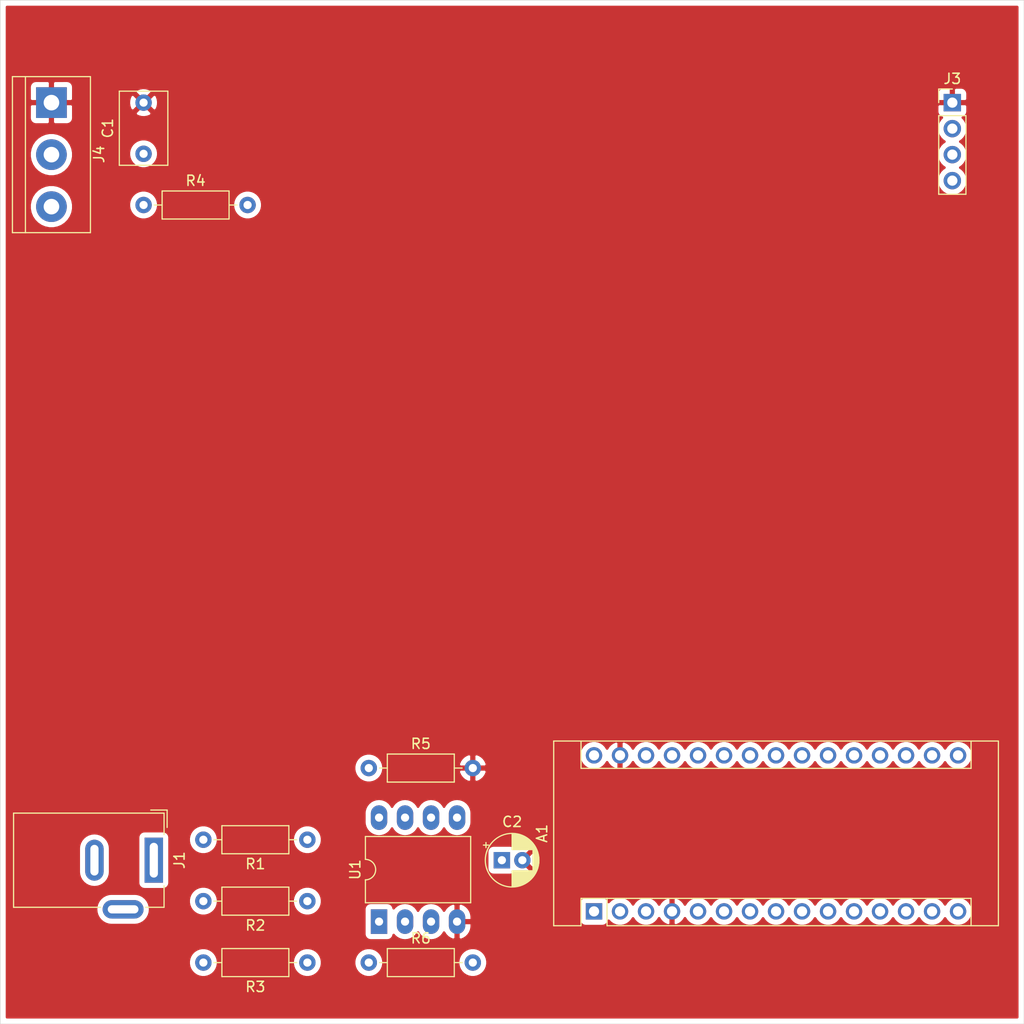
<source format=kicad_pcb>
(kicad_pcb (version 20171130) (host pcbnew 5.1.9+dfsg1-1)

  (general
    (thickness 1.6)
    (drawings 4)
    (tracks 0)
    (zones 0)
    (modules 13)
    (nets 37)
  )

  (page A4)
  (layers
    (0 F.Cu signal hide)
    (31 B.Cu signal)
    (32 B.Adhes user)
    (33 F.Adhes user)
    (34 B.Paste user)
    (35 F.Paste user)
    (36 B.SilkS user)
    (37 F.SilkS user)
    (38 B.Mask user)
    (39 F.Mask user)
    (40 Dwgs.User user)
    (41 Cmts.User user)
    (42 Eco1.User user)
    (43 Eco2.User user)
    (44 Edge.Cuts user)
    (45 Margin user)
    (46 B.CrtYd user)
    (47 F.CrtYd user)
    (48 B.Fab user)
    (49 F.Fab user)
  )

  (setup
    (last_trace_width 0.25)
    (trace_clearance 0.2)
    (zone_clearance 0.508)
    (zone_45_only no)
    (trace_min 0.2)
    (via_size 0.8)
    (via_drill 0.4)
    (via_min_size 0.4)
    (via_min_drill 0.3)
    (uvia_size 0.3)
    (uvia_drill 0.1)
    (uvias_allowed no)
    (uvia_min_size 0.2)
    (uvia_min_drill 0.1)
    (edge_width 0.05)
    (segment_width 0.2)
    (pcb_text_width 0.3)
    (pcb_text_size 1.5 1.5)
    (mod_edge_width 0.12)
    (mod_text_size 1 1)
    (mod_text_width 0.15)
    (pad_size 1.524 1.524)
    (pad_drill 0.762)
    (pad_to_mask_clearance 0)
    (aux_axis_origin 0 0)
    (visible_elements FFFFFF7F)
    (pcbplotparams
      (layerselection 0x010fc_ffffffff)
      (usegerberextensions false)
      (usegerberattributes true)
      (usegerberadvancedattributes true)
      (creategerberjobfile true)
      (excludeedgelayer true)
      (linewidth 0.100000)
      (plotframeref false)
      (viasonmask false)
      (mode 1)
      (useauxorigin false)
      (hpglpennumber 1)
      (hpglpenspeed 20)
      (hpglpendiameter 15.000000)
      (psnegative false)
      (psa4output false)
      (plotreference true)
      (plotvalue true)
      (plotinvisibletext false)
      (padsonsilk false)
      (subtractmaskfromsilk false)
      (outputformat 1)
      (mirror false)
      (drillshape 1)
      (scaleselection 1)
      (outputdirectory ""))
  )

  (net 0 "")
  (net 1 "Net-(A1-Pad16)")
  (net 2 "Net-(A1-Pad15)")
  (net 3 "Net-(A1-Pad30)")
  (net 4 "Net-(A1-Pad14)")
  (net 5 GND)
  (net 6 "Net-(A1-Pad13)")
  (net 7 "Net-(A1-Pad28)")
  (net 8 "Net-(A1-Pad12)")
  (net 9 +5V)
  (net 10 "Net-(A1-Pad11)")
  (net 11 "Net-(A1-Pad26)")
  (net 12 "Net-(A1-Pad10)")
  (net 13 "Net-(A1-Pad25)")
  (net 14 "Net-(A1-Pad9)")
  (net 15 /SCL)
  (net 16 "Net-(A1-Pad8)")
  (net 17 /SDA)
  (net 18 "Net-(A1-Pad7)")
  (net 19 /voltage-sense)
  (net 20 "Net-(A1-Pad6)")
  (net 21 /current-sense)
  (net 22 /1wire-bus)
  (net 23 "Net-(A1-Pad20)")
  (net 24 "Net-(A1-Pad19)")
  (net 25 "Net-(A1-Pad3)")
  (net 26 "Net-(A1-Pad18)")
  (net 27 "Net-(A1-Pad2)")
  (net 28 "Net-(A1-Pad17)")
  (net 29 "Net-(A1-Pad1)")
  (net 30 /midpoint)
  (net 31 "Net-(J1-Pad1)")
  (net 32 /buffered-midpoint)
  (net 33 "Net-(J1-Pad3)")
  (net 34 "Net-(U1-Pad7)")
  (net 35 "Net-(U1-Pad6)")
  (net 36 "Net-(U1-Pad5)")

  (net_class Default "This is the default net class."
    (clearance 0.2)
    (trace_width 0.25)
    (via_dia 0.8)
    (via_drill 0.4)
    (uvia_dia 0.3)
    (uvia_drill 0.1)
    (add_net +5V)
    (add_net /1wire-bus)
    (add_net /SCL)
    (add_net /SDA)
    (add_net /buffered-midpoint)
    (add_net /current-sense)
    (add_net /midpoint)
    (add_net /voltage-sense)
    (add_net GND)
    (add_net "Net-(A1-Pad1)")
    (add_net "Net-(A1-Pad10)")
    (add_net "Net-(A1-Pad11)")
    (add_net "Net-(A1-Pad12)")
    (add_net "Net-(A1-Pad13)")
    (add_net "Net-(A1-Pad14)")
    (add_net "Net-(A1-Pad15)")
    (add_net "Net-(A1-Pad16)")
    (add_net "Net-(A1-Pad17)")
    (add_net "Net-(A1-Pad18)")
    (add_net "Net-(A1-Pad19)")
    (add_net "Net-(A1-Pad2)")
    (add_net "Net-(A1-Pad20)")
    (add_net "Net-(A1-Pad25)")
    (add_net "Net-(A1-Pad26)")
    (add_net "Net-(A1-Pad28)")
    (add_net "Net-(A1-Pad3)")
    (add_net "Net-(A1-Pad30)")
    (add_net "Net-(A1-Pad6)")
    (add_net "Net-(A1-Pad7)")
    (add_net "Net-(A1-Pad8)")
    (add_net "Net-(A1-Pad9)")
    (add_net "Net-(J1-Pad1)")
    (add_net "Net-(J1-Pad3)")
    (add_net "Net-(U1-Pad5)")
    (add_net "Net-(U1-Pad6)")
    (add_net "Net-(U1-Pad7)")
  )

  (module Package_DIP:DIP-8_W10.16mm_LongPads (layer F.Cu) (tedit 5A02E8C5) (tstamp 626698F3)
    (at 117 140 90)
    (descr "8-lead though-hole mounted DIP package, row spacing 10.16 mm (400 mils), LongPads")
    (tags "THT DIP DIL PDIP 2.54mm 10.16mm 400mil LongPads")
    (path /6278D4CE)
    (fp_text reference U1 (at 5.08 -2.33 90) (layer F.SilkS)
      (effects (font (size 1 1) (thickness 0.15)))
    )
    (fp_text value LM358 (at 5.08 9.95 90) (layer F.Fab)
      (effects (font (size 1 1) (thickness 0.15)))
    )
    (fp_line (start 2.905 -1.27) (end 8.255 -1.27) (layer F.Fab) (width 0.1))
    (fp_line (start 8.255 -1.27) (end 8.255 8.89) (layer F.Fab) (width 0.1))
    (fp_line (start 8.255 8.89) (end 1.905 8.89) (layer F.Fab) (width 0.1))
    (fp_line (start 1.905 8.89) (end 1.905 -0.27) (layer F.Fab) (width 0.1))
    (fp_line (start 1.905 -0.27) (end 2.905 -1.27) (layer F.Fab) (width 0.1))
    (fp_line (start 4.08 -1.33) (end 1.845 -1.33) (layer F.SilkS) (width 0.12))
    (fp_line (start 1.845 -1.33) (end 1.845 8.95) (layer F.SilkS) (width 0.12))
    (fp_line (start 1.845 8.95) (end 8.315 8.95) (layer F.SilkS) (width 0.12))
    (fp_line (start 8.315 8.95) (end 8.315 -1.33) (layer F.SilkS) (width 0.12))
    (fp_line (start 8.315 -1.33) (end 6.08 -1.33) (layer F.SilkS) (width 0.12))
    (fp_line (start -1.5 -1.55) (end -1.5 9.15) (layer F.CrtYd) (width 0.05))
    (fp_line (start -1.5 9.15) (end 11.65 9.15) (layer F.CrtYd) (width 0.05))
    (fp_line (start 11.65 9.15) (end 11.65 -1.55) (layer F.CrtYd) (width 0.05))
    (fp_line (start 11.65 -1.55) (end -1.5 -1.55) (layer F.CrtYd) (width 0.05))
    (fp_text user %R (at 5.08 3.81 90) (layer F.Fab)
      (effects (font (size 1 1) (thickness 0.15)))
    )
    (fp_arc (start 5.08 -1.33) (end 4.08 -1.33) (angle -180) (layer F.SilkS) (width 0.12))
    (pad 8 thru_hole oval (at 10.16 0 90) (size 2.4 1.6) (drill 0.8) (layers *.Cu *.Mask)
      (net 9 +5V))
    (pad 4 thru_hole oval (at 0 7.62 90) (size 2.4 1.6) (drill 0.8) (layers *.Cu *.Mask)
      (net 5 GND))
    (pad 7 thru_hole oval (at 10.16 2.54 90) (size 2.4 1.6) (drill 0.8) (layers *.Cu *.Mask)
      (net 34 "Net-(U1-Pad7)"))
    (pad 3 thru_hole oval (at 0 5.08 90) (size 2.4 1.6) (drill 0.8) (layers *.Cu *.Mask)
      (net 30 /midpoint))
    (pad 6 thru_hole oval (at 10.16 5.08 90) (size 2.4 1.6) (drill 0.8) (layers *.Cu *.Mask)
      (net 35 "Net-(U1-Pad6)"))
    (pad 2 thru_hole oval (at 0 2.54 90) (size 2.4 1.6) (drill 0.8) (layers *.Cu *.Mask)
      (net 32 /buffered-midpoint))
    (pad 5 thru_hole oval (at 10.16 7.62 90) (size 2.4 1.6) (drill 0.8) (layers *.Cu *.Mask)
      (net 36 "Net-(U1-Pad5)"))
    (pad 1 thru_hole rect (at 0 0 90) (size 2.4 1.6) (drill 0.8) (layers *.Cu *.Mask)
      (net 32 /buffered-midpoint))
    (model ${KISYS3DMOD}/Package_DIP.3dshapes/DIP-8_W10.16mm.wrl
      (at (xyz 0 0 0))
      (scale (xyz 1 1 1))
      (rotate (xyz 0 0 0))
    )
  )

  (module Resistor_THT:R_Axial_DIN0207_L6.3mm_D2.5mm_P10.16mm_Horizontal (layer F.Cu) (tedit 5AE5139B) (tstamp 626698D7)
    (at 116 144)
    (descr "Resistor, Axial_DIN0207 series, Axial, Horizontal, pin pitch=10.16mm, 0.25W = 1/4W, length*diameter=6.3*2.5mm^2, http://cdn-reichelt.de/documents/datenblatt/B400/1_4W%23YAG.pdf")
    (tags "Resistor Axial_DIN0207 series Axial Horizontal pin pitch 10.16mm 0.25W = 1/4W length 6.3mm diameter 2.5mm")
    (path /6262C6E4)
    (fp_text reference R6 (at 5.08 -2.37) (layer F.SilkS)
      (effects (font (size 1 1) (thickness 0.15)))
    )
    (fp_text value 10k (at 5.08 2.37) (layer F.Fab)
      (effects (font (size 1 1) (thickness 0.15)))
    )
    (fp_line (start 1.93 -1.25) (end 1.93 1.25) (layer F.Fab) (width 0.1))
    (fp_line (start 1.93 1.25) (end 8.23 1.25) (layer F.Fab) (width 0.1))
    (fp_line (start 8.23 1.25) (end 8.23 -1.25) (layer F.Fab) (width 0.1))
    (fp_line (start 8.23 -1.25) (end 1.93 -1.25) (layer F.Fab) (width 0.1))
    (fp_line (start 0 0) (end 1.93 0) (layer F.Fab) (width 0.1))
    (fp_line (start 10.16 0) (end 8.23 0) (layer F.Fab) (width 0.1))
    (fp_line (start 1.81 -1.37) (end 1.81 1.37) (layer F.SilkS) (width 0.12))
    (fp_line (start 1.81 1.37) (end 8.35 1.37) (layer F.SilkS) (width 0.12))
    (fp_line (start 8.35 1.37) (end 8.35 -1.37) (layer F.SilkS) (width 0.12))
    (fp_line (start 8.35 -1.37) (end 1.81 -1.37) (layer F.SilkS) (width 0.12))
    (fp_line (start 1.04 0) (end 1.81 0) (layer F.SilkS) (width 0.12))
    (fp_line (start 9.12 0) (end 8.35 0) (layer F.SilkS) (width 0.12))
    (fp_line (start -1.05 -1.5) (end -1.05 1.5) (layer F.CrtYd) (width 0.05))
    (fp_line (start -1.05 1.5) (end 11.21 1.5) (layer F.CrtYd) (width 0.05))
    (fp_line (start 11.21 1.5) (end 11.21 -1.5) (layer F.CrtYd) (width 0.05))
    (fp_line (start 11.21 -1.5) (end -1.05 -1.5) (layer F.CrtYd) (width 0.05))
    (fp_text user %R (at 5.08 0) (layer F.Fab)
      (effects (font (size 1 1) (thickness 0.15)))
    )
    (pad 2 thru_hole oval (at 10.16 0) (size 1.6 1.6) (drill 0.8) (layers *.Cu *.Mask)
      (net 30 /midpoint))
    (pad 1 thru_hole circle (at 0 0) (size 1.6 1.6) (drill 0.8) (layers *.Cu *.Mask)
      (net 9 +5V))
    (model ${KISYS3DMOD}/Resistor_THT.3dshapes/R_Axial_DIN0207_L6.3mm_D2.5mm_P10.16mm_Horizontal.wrl
      (at (xyz 0 0 0))
      (scale (xyz 1 1 1))
      (rotate (xyz 0 0 0))
    )
  )

  (module Resistor_THT:R_Axial_DIN0207_L6.3mm_D2.5mm_P10.16mm_Horizontal (layer F.Cu) (tedit 5AE5139B) (tstamp 626911C3)
    (at 116 125)
    (descr "Resistor, Axial_DIN0207 series, Axial, Horizontal, pin pitch=10.16mm, 0.25W = 1/4W, length*diameter=6.3*2.5mm^2, http://cdn-reichelt.de/documents/datenblatt/B400/1_4W%23YAG.pdf")
    (tags "Resistor Axial_DIN0207 series Axial Horizontal pin pitch 10.16mm 0.25W = 1/4W length 6.3mm diameter 2.5mm")
    (path /6262BC5E)
    (fp_text reference R5 (at 5.08 -2.37) (layer F.SilkS)
      (effects (font (size 1 1) (thickness 0.15)))
    )
    (fp_text value 10k (at 5.08 2.37) (layer F.Fab)
      (effects (font (size 1 1) (thickness 0.15)))
    )
    (fp_line (start 1.93 -1.25) (end 1.93 1.25) (layer F.Fab) (width 0.1))
    (fp_line (start 1.93 1.25) (end 8.23 1.25) (layer F.Fab) (width 0.1))
    (fp_line (start 8.23 1.25) (end 8.23 -1.25) (layer F.Fab) (width 0.1))
    (fp_line (start 8.23 -1.25) (end 1.93 -1.25) (layer F.Fab) (width 0.1))
    (fp_line (start 0 0) (end 1.93 0) (layer F.Fab) (width 0.1))
    (fp_line (start 10.16 0) (end 8.23 0) (layer F.Fab) (width 0.1))
    (fp_line (start 1.81 -1.37) (end 1.81 1.37) (layer F.SilkS) (width 0.12))
    (fp_line (start 1.81 1.37) (end 8.35 1.37) (layer F.SilkS) (width 0.12))
    (fp_line (start 8.35 1.37) (end 8.35 -1.37) (layer F.SilkS) (width 0.12))
    (fp_line (start 8.35 -1.37) (end 1.81 -1.37) (layer F.SilkS) (width 0.12))
    (fp_line (start 1.04 0) (end 1.81 0) (layer F.SilkS) (width 0.12))
    (fp_line (start 9.12 0) (end 8.35 0) (layer F.SilkS) (width 0.12))
    (fp_line (start -1.05 -1.5) (end -1.05 1.5) (layer F.CrtYd) (width 0.05))
    (fp_line (start -1.05 1.5) (end 11.21 1.5) (layer F.CrtYd) (width 0.05))
    (fp_line (start 11.21 1.5) (end 11.21 -1.5) (layer F.CrtYd) (width 0.05))
    (fp_line (start 11.21 -1.5) (end -1.05 -1.5) (layer F.CrtYd) (width 0.05))
    (fp_text user %R (at 5.08 0) (layer F.Fab)
      (effects (font (size 1 1) (thickness 0.15)))
    )
    (pad 2 thru_hole oval (at 10.16 0) (size 1.6 1.6) (drill 0.8) (layers *.Cu *.Mask)
      (net 5 GND))
    (pad 1 thru_hole circle (at 0 0) (size 1.6 1.6) (drill 0.8) (layers *.Cu *.Mask)
      (net 30 /midpoint))
    (model ${KISYS3DMOD}/Resistor_THT.3dshapes/R_Axial_DIN0207_L6.3mm_D2.5mm_P10.16mm_Horizontal.wrl
      (at (xyz 0 0 0))
      (scale (xyz 1 1 1))
      (rotate (xyz 0 0 0))
    )
  )

  (module Resistor_THT:R_Axial_DIN0207_L6.3mm_D2.5mm_P10.16mm_Horizontal (layer F.Cu) (tedit 5AE5139B) (tstamp 626698A9)
    (at 94 70)
    (descr "Resistor, Axial_DIN0207 series, Axial, Horizontal, pin pitch=10.16mm, 0.25W = 1/4W, length*diameter=6.3*2.5mm^2, http://cdn-reichelt.de/documents/datenblatt/B400/1_4W%23YAG.pdf")
    (tags "Resistor Axial_DIN0207 series Axial Horizontal pin pitch 10.16mm 0.25W = 1/4W length 6.3mm diameter 2.5mm")
    (path /6261CDC5)
    (fp_text reference R4 (at 5.08 -2.37) (layer F.SilkS)
      (effects (font (size 1 1) (thickness 0.15)))
    )
    (fp_text value 4k7 (at 5.08 2.37) (layer F.Fab)
      (effects (font (size 1 1) (thickness 0.15)))
    )
    (fp_line (start 1.93 -1.25) (end 1.93 1.25) (layer F.Fab) (width 0.1))
    (fp_line (start 1.93 1.25) (end 8.23 1.25) (layer F.Fab) (width 0.1))
    (fp_line (start 8.23 1.25) (end 8.23 -1.25) (layer F.Fab) (width 0.1))
    (fp_line (start 8.23 -1.25) (end 1.93 -1.25) (layer F.Fab) (width 0.1))
    (fp_line (start 0 0) (end 1.93 0) (layer F.Fab) (width 0.1))
    (fp_line (start 10.16 0) (end 8.23 0) (layer F.Fab) (width 0.1))
    (fp_line (start 1.81 -1.37) (end 1.81 1.37) (layer F.SilkS) (width 0.12))
    (fp_line (start 1.81 1.37) (end 8.35 1.37) (layer F.SilkS) (width 0.12))
    (fp_line (start 8.35 1.37) (end 8.35 -1.37) (layer F.SilkS) (width 0.12))
    (fp_line (start 8.35 -1.37) (end 1.81 -1.37) (layer F.SilkS) (width 0.12))
    (fp_line (start 1.04 0) (end 1.81 0) (layer F.SilkS) (width 0.12))
    (fp_line (start 9.12 0) (end 8.35 0) (layer F.SilkS) (width 0.12))
    (fp_line (start -1.05 -1.5) (end -1.05 1.5) (layer F.CrtYd) (width 0.05))
    (fp_line (start -1.05 1.5) (end 11.21 1.5) (layer F.CrtYd) (width 0.05))
    (fp_line (start 11.21 1.5) (end 11.21 -1.5) (layer F.CrtYd) (width 0.05))
    (fp_line (start 11.21 -1.5) (end -1.05 -1.5) (layer F.CrtYd) (width 0.05))
    (fp_text user %R (at 5.08 0) (layer F.Fab)
      (effects (font (size 1 1) (thickness 0.15)))
    )
    (pad 2 thru_hole oval (at 10.16 0) (size 1.6 1.6) (drill 0.8) (layers *.Cu *.Mask)
      (net 9 +5V))
    (pad 1 thru_hole circle (at 0 0) (size 1.6 1.6) (drill 0.8) (layers *.Cu *.Mask)
      (net 22 /1wire-bus))
    (model ${KISYS3DMOD}/Resistor_THT.3dshapes/R_Axial_DIN0207_L6.3mm_D2.5mm_P10.16mm_Horizontal.wrl
      (at (xyz 0 0 0))
      (scale (xyz 1 1 1))
      (rotate (xyz 0 0 0))
    )
  )

  (module Resistor_THT:R_Axial_DIN0207_L6.3mm_D2.5mm_P10.16mm_Horizontal (layer F.Cu) (tedit 5AE5139B) (tstamp 62669892)
    (at 110 144 180)
    (descr "Resistor, Axial_DIN0207 series, Axial, Horizontal, pin pitch=10.16mm, 0.25W = 1/4W, length*diameter=6.3*2.5mm^2, http://cdn-reichelt.de/documents/datenblatt/B400/1_4W%23YAG.pdf")
    (tags "Resistor Axial_DIN0207 series Axial Horizontal pin pitch 10.16mm 0.25W = 1/4W length 6.3mm diameter 2.5mm")
    (path /6260C8A0)
    (fp_text reference R3 (at 5.08 -2.37) (layer F.SilkS)
      (effects (font (size 1 1) (thickness 0.15)))
    )
    (fp_text value 33R (at 5.08 2.37) (layer F.Fab)
      (effects (font (size 1 1) (thickness 0.15)))
    )
    (fp_line (start 1.93 -1.25) (end 1.93 1.25) (layer F.Fab) (width 0.1))
    (fp_line (start 1.93 1.25) (end 8.23 1.25) (layer F.Fab) (width 0.1))
    (fp_line (start 8.23 1.25) (end 8.23 -1.25) (layer F.Fab) (width 0.1))
    (fp_line (start 8.23 -1.25) (end 1.93 -1.25) (layer F.Fab) (width 0.1))
    (fp_line (start 0 0) (end 1.93 0) (layer F.Fab) (width 0.1))
    (fp_line (start 10.16 0) (end 8.23 0) (layer F.Fab) (width 0.1))
    (fp_line (start 1.81 -1.37) (end 1.81 1.37) (layer F.SilkS) (width 0.12))
    (fp_line (start 1.81 1.37) (end 8.35 1.37) (layer F.SilkS) (width 0.12))
    (fp_line (start 8.35 1.37) (end 8.35 -1.37) (layer F.SilkS) (width 0.12))
    (fp_line (start 8.35 -1.37) (end 1.81 -1.37) (layer F.SilkS) (width 0.12))
    (fp_line (start 1.04 0) (end 1.81 0) (layer F.SilkS) (width 0.12))
    (fp_line (start 9.12 0) (end 8.35 0) (layer F.SilkS) (width 0.12))
    (fp_line (start -1.05 -1.5) (end -1.05 1.5) (layer F.CrtYd) (width 0.05))
    (fp_line (start -1.05 1.5) (end 11.21 1.5) (layer F.CrtYd) (width 0.05))
    (fp_line (start 11.21 1.5) (end 11.21 -1.5) (layer F.CrtYd) (width 0.05))
    (fp_line (start 11.21 -1.5) (end -1.05 -1.5) (layer F.CrtYd) (width 0.05))
    (fp_text user %R (at 5.08 0) (layer F.Fab)
      (effects (font (size 1 1) (thickness 0.15)))
    )
    (pad 2 thru_hole oval (at 10.16 0 180) (size 1.6 1.6) (drill 0.8) (layers *.Cu *.Mask)
      (net 32 /buffered-midpoint))
    (pad 1 thru_hole circle (at 0 0 180) (size 1.6 1.6) (drill 0.8) (layers *.Cu *.Mask)
      (net 21 /current-sense))
    (model ${KISYS3DMOD}/Resistor_THT.3dshapes/R_Axial_DIN0207_L6.3mm_D2.5mm_P10.16mm_Horizontal.wrl
      (at (xyz 0 0 0))
      (scale (xyz 1 1 1))
      (rotate (xyz 0 0 0))
    )
  )

  (module Resistor_THT:R_Axial_DIN0207_L6.3mm_D2.5mm_P10.16mm_Horizontal (layer F.Cu) (tedit 5AE5139B) (tstamp 6266987B)
    (at 110 138 180)
    (descr "Resistor, Axial_DIN0207 series, Axial, Horizontal, pin pitch=10.16mm, 0.25W = 1/4W, length*diameter=6.3*2.5mm^2, http://cdn-reichelt.de/documents/datenblatt/B400/1_4W%23YAG.pdf")
    (tags "Resistor Axial_DIN0207 series Axial Horizontal pin pitch 10.16mm 0.25W = 1/4W length 6.3mm diameter 2.5mm")
    (path /62631FC5)
    (fp_text reference R2 (at 5.08 -2.37) (layer F.SilkS)
      (effects (font (size 1 1) (thickness 0.15)))
    )
    (fp_text value 10k (at 5.08 2.37) (layer F.Fab)
      (effects (font (size 1 1) (thickness 0.15)))
    )
    (fp_line (start 1.93 -1.25) (end 1.93 1.25) (layer F.Fab) (width 0.1))
    (fp_line (start 1.93 1.25) (end 8.23 1.25) (layer F.Fab) (width 0.1))
    (fp_line (start 8.23 1.25) (end 8.23 -1.25) (layer F.Fab) (width 0.1))
    (fp_line (start 8.23 -1.25) (end 1.93 -1.25) (layer F.Fab) (width 0.1))
    (fp_line (start 0 0) (end 1.93 0) (layer F.Fab) (width 0.1))
    (fp_line (start 10.16 0) (end 8.23 0) (layer F.Fab) (width 0.1))
    (fp_line (start 1.81 -1.37) (end 1.81 1.37) (layer F.SilkS) (width 0.12))
    (fp_line (start 1.81 1.37) (end 8.35 1.37) (layer F.SilkS) (width 0.12))
    (fp_line (start 8.35 1.37) (end 8.35 -1.37) (layer F.SilkS) (width 0.12))
    (fp_line (start 8.35 -1.37) (end 1.81 -1.37) (layer F.SilkS) (width 0.12))
    (fp_line (start 1.04 0) (end 1.81 0) (layer F.SilkS) (width 0.12))
    (fp_line (start 9.12 0) (end 8.35 0) (layer F.SilkS) (width 0.12))
    (fp_line (start -1.05 -1.5) (end -1.05 1.5) (layer F.CrtYd) (width 0.05))
    (fp_line (start -1.05 1.5) (end 11.21 1.5) (layer F.CrtYd) (width 0.05))
    (fp_line (start 11.21 1.5) (end 11.21 -1.5) (layer F.CrtYd) (width 0.05))
    (fp_line (start 11.21 -1.5) (end -1.05 -1.5) (layer F.CrtYd) (width 0.05))
    (fp_text user %R (at 5.08 0) (layer F.Fab)
      (effects (font (size 1 1) (thickness 0.15)))
    )
    (pad 2 thru_hole oval (at 10.16 0 180) (size 1.6 1.6) (drill 0.8) (layers *.Cu *.Mask)
      (net 32 /buffered-midpoint))
    (pad 1 thru_hole circle (at 0 0 180) (size 1.6 1.6) (drill 0.8) (layers *.Cu *.Mask)
      (net 19 /voltage-sense))
    (model ${KISYS3DMOD}/Resistor_THT.3dshapes/R_Axial_DIN0207_L6.3mm_D2.5mm_P10.16mm_Horizontal.wrl
      (at (xyz 0 0 0))
      (scale (xyz 1 1 1))
      (rotate (xyz 0 0 0))
    )
  )

  (module Resistor_THT:R_Axial_DIN0207_L6.3mm_D2.5mm_P10.16mm_Horizontal (layer F.Cu) (tedit 5AE5139B) (tstamp 62669864)
    (at 110 132 180)
    (descr "Resistor, Axial_DIN0207 series, Axial, Horizontal, pin pitch=10.16mm, 0.25W = 1/4W, length*diameter=6.3*2.5mm^2, http://cdn-reichelt.de/documents/datenblatt/B400/1_4W%23YAG.pdf")
    (tags "Resistor Axial_DIN0207 series Axial Horizontal pin pitch 10.16mm 0.25W = 1/4W length 6.3mm diameter 2.5mm")
    (path /62631A9B)
    (fp_text reference R1 (at 5.08 -2.37) (layer F.SilkS)
      (effects (font (size 1 1) (thickness 0.15)))
    )
    (fp_text value 100k (at 5.08 2.37) (layer F.Fab)
      (effects (font (size 1 1) (thickness 0.15)))
    )
    (fp_line (start 1.93 -1.25) (end 1.93 1.25) (layer F.Fab) (width 0.1))
    (fp_line (start 1.93 1.25) (end 8.23 1.25) (layer F.Fab) (width 0.1))
    (fp_line (start 8.23 1.25) (end 8.23 -1.25) (layer F.Fab) (width 0.1))
    (fp_line (start 8.23 -1.25) (end 1.93 -1.25) (layer F.Fab) (width 0.1))
    (fp_line (start 0 0) (end 1.93 0) (layer F.Fab) (width 0.1))
    (fp_line (start 10.16 0) (end 8.23 0) (layer F.Fab) (width 0.1))
    (fp_line (start 1.81 -1.37) (end 1.81 1.37) (layer F.SilkS) (width 0.12))
    (fp_line (start 1.81 1.37) (end 8.35 1.37) (layer F.SilkS) (width 0.12))
    (fp_line (start 8.35 1.37) (end 8.35 -1.37) (layer F.SilkS) (width 0.12))
    (fp_line (start 8.35 -1.37) (end 1.81 -1.37) (layer F.SilkS) (width 0.12))
    (fp_line (start 1.04 0) (end 1.81 0) (layer F.SilkS) (width 0.12))
    (fp_line (start 9.12 0) (end 8.35 0) (layer F.SilkS) (width 0.12))
    (fp_line (start -1.05 -1.5) (end -1.05 1.5) (layer F.CrtYd) (width 0.05))
    (fp_line (start -1.05 1.5) (end 11.21 1.5) (layer F.CrtYd) (width 0.05))
    (fp_line (start 11.21 1.5) (end 11.21 -1.5) (layer F.CrtYd) (width 0.05))
    (fp_line (start 11.21 -1.5) (end -1.05 -1.5) (layer F.CrtYd) (width 0.05))
    (fp_text user %R (at 5.08 0) (layer F.Fab)
      (effects (font (size 1 1) (thickness 0.15)))
    )
    (pad 2 thru_hole oval (at 10.16 0 180) (size 1.6 1.6) (drill 0.8) (layers *.Cu *.Mask)
      (net 31 "Net-(J1-Pad1)"))
    (pad 1 thru_hole circle (at 0 0 180) (size 1.6 1.6) (drill 0.8) (layers *.Cu *.Mask)
      (net 19 /voltage-sense))
    (model ${KISYS3DMOD}/Resistor_THT.3dshapes/R_Axial_DIN0207_L6.3mm_D2.5mm_P10.16mm_Horizontal.wrl
      (at (xyz 0 0 0))
      (scale (xyz 1 1 1))
      (rotate (xyz 0 0 0))
    )
  )

  (module TerminalBlock:TerminalBlock_bornier-3_P5.08mm (layer F.Cu) (tedit 59FF03B9) (tstamp 6266984D)
    (at 85 60 270)
    (descr "simple 3-pin terminal block, pitch 5.08mm, revamped version of bornier3")
    (tags "terminal block bornier3")
    (path /6261A3BF)
    (fp_text reference J4 (at 5.05 -4.65 90) (layer F.SilkS)
      (effects (font (size 1 1) (thickness 0.15)))
    )
    (fp_text value Conn_01x03_Female (at 5.08 5.08 90) (layer F.Fab)
      (effects (font (size 1 1) (thickness 0.15)))
    )
    (fp_line (start -2.47 2.55) (end 12.63 2.55) (layer F.Fab) (width 0.1))
    (fp_line (start -2.47 -3.75) (end 12.63 -3.75) (layer F.Fab) (width 0.1))
    (fp_line (start 12.63 -3.75) (end 12.63 3.75) (layer F.Fab) (width 0.1))
    (fp_line (start 12.63 3.75) (end -2.47 3.75) (layer F.Fab) (width 0.1))
    (fp_line (start -2.47 3.75) (end -2.47 -3.75) (layer F.Fab) (width 0.1))
    (fp_line (start -2.54 3.81) (end -2.54 -3.81) (layer F.SilkS) (width 0.12))
    (fp_line (start 12.7 3.81) (end 12.7 -3.81) (layer F.SilkS) (width 0.12))
    (fp_line (start -2.54 2.54) (end 12.7 2.54) (layer F.SilkS) (width 0.12))
    (fp_line (start -2.54 -3.81) (end 12.7 -3.81) (layer F.SilkS) (width 0.12))
    (fp_line (start -2.54 3.81) (end 12.7 3.81) (layer F.SilkS) (width 0.12))
    (fp_line (start -2.72 -4) (end 12.88 -4) (layer F.CrtYd) (width 0.05))
    (fp_line (start -2.72 -4) (end -2.72 4) (layer F.CrtYd) (width 0.05))
    (fp_line (start 12.88 4) (end 12.88 -4) (layer F.CrtYd) (width 0.05))
    (fp_line (start 12.88 4) (end -2.72 4) (layer F.CrtYd) (width 0.05))
    (fp_text user %R (at 5.08 0 90) (layer F.Fab)
      (effects (font (size 1 1) (thickness 0.15)))
    )
    (pad 3 thru_hole circle (at 10.16 0 270) (size 3 3) (drill 1.52) (layers *.Cu *.Mask)
      (net 22 /1wire-bus))
    (pad 2 thru_hole circle (at 5.08 0 270) (size 3 3) (drill 1.52) (layers *.Cu *.Mask)
      (net 9 +5V))
    (pad 1 thru_hole rect (at 0 0 270) (size 3 3) (drill 1.52) (layers *.Cu *.Mask)
      (net 5 GND))
    (model ${KISYS3DMOD}/TerminalBlock.3dshapes/TerminalBlock_bornier-3_P5.08mm.wrl
      (offset (xyz 5.079999923706055 0 0))
      (scale (xyz 1 1 1))
      (rotate (xyz 0 0 0))
    )
  )

  (module Connector_PinHeader_2.54mm:PinHeader_1x04_P2.54mm_Vertical (layer F.Cu) (tedit 59FED5CC) (tstamp 62690ECE)
    (at 173 60)
    (descr "Through hole straight pin header, 1x04, 2.54mm pitch, single row")
    (tags "Through hole pin header THT 1x04 2.54mm single row")
    (path /626A410F)
    (fp_text reference J3 (at 0 -2.33) (layer F.SilkS)
      (effects (font (size 1 1) (thickness 0.15)))
    )
    (fp_text value Conn_01x04_Male (at 0 9.95) (layer F.Fab)
      (effects (font (size 1 1) (thickness 0.15)))
    )
    (fp_line (start -0.635 -1.27) (end 1.27 -1.27) (layer F.Fab) (width 0.1))
    (fp_line (start 1.27 -1.27) (end 1.27 8.89) (layer F.Fab) (width 0.1))
    (fp_line (start 1.27 8.89) (end -1.27 8.89) (layer F.Fab) (width 0.1))
    (fp_line (start -1.27 8.89) (end -1.27 -0.635) (layer F.Fab) (width 0.1))
    (fp_line (start -1.27 -0.635) (end -0.635 -1.27) (layer F.Fab) (width 0.1))
    (fp_line (start -1.33 8.95) (end 1.33 8.95) (layer F.SilkS) (width 0.12))
    (fp_line (start -1.33 1.27) (end -1.33 8.95) (layer F.SilkS) (width 0.12))
    (fp_line (start 1.33 1.27) (end 1.33 8.95) (layer F.SilkS) (width 0.12))
    (fp_line (start -1.33 1.27) (end 1.33 1.27) (layer F.SilkS) (width 0.12))
    (fp_line (start -1.33 0) (end -1.33 -1.33) (layer F.SilkS) (width 0.12))
    (fp_line (start -1.33 -1.33) (end 0 -1.33) (layer F.SilkS) (width 0.12))
    (fp_line (start -1.8 -1.8) (end -1.8 9.4) (layer F.CrtYd) (width 0.05))
    (fp_line (start -1.8 9.4) (end 1.8 9.4) (layer F.CrtYd) (width 0.05))
    (fp_line (start 1.8 9.4) (end 1.8 -1.8) (layer F.CrtYd) (width 0.05))
    (fp_line (start 1.8 -1.8) (end -1.8 -1.8) (layer F.CrtYd) (width 0.05))
    (fp_text user %R (at 0 3.81 90) (layer F.Fab)
      (effects (font (size 1 1) (thickness 0.15)))
    )
    (pad 4 thru_hole oval (at 0 7.62) (size 1.7 1.7) (drill 1) (layers *.Cu *.Mask)
      (net 15 /SCL))
    (pad 3 thru_hole oval (at 0 5.08) (size 1.7 1.7) (drill 1) (layers *.Cu *.Mask)
      (net 17 /SDA))
    (pad 2 thru_hole oval (at 0 2.54) (size 1.7 1.7) (drill 1) (layers *.Cu *.Mask)
      (net 9 +5V))
    (pad 1 thru_hole rect (at 0 0) (size 1.7 1.7) (drill 1) (layers *.Cu *.Mask)
      (net 5 GND))
    (model ${KISYS3DMOD}/Connector_PinHeader_2.54mm.3dshapes/PinHeader_1x04_P2.54mm_Vertical.wrl
      (at (xyz 0 0 0))
      (scale (xyz 1 1 1))
      (rotate (xyz 0 0 0))
    )
  )

  (module Connector_BarrelJack:BarrelJack_Wuerth_6941xx301002 (layer F.Cu) (tedit 5B191DE1) (tstamp 6266981F)
    (at 95 134 270)
    (descr "Wuerth electronics barrel jack connector (5.5mm outher diameter, inner diameter 2.05mm or 2.55mm depending on exact order number), See: http://katalog.we-online.de/em/datasheet/6941xx301002.pdf")
    (tags "connector barrel jack")
    (path /6262B60D)
    (fp_text reference J1 (at 0 -2.5 90) (layer F.SilkS)
      (effects (font (size 1 1) (thickness 0.15)))
    )
    (fp_text value Barrel_Jack (at 0 15.5 90) (layer F.Fab)
      (effects (font (size 1 1) (thickness 0.15)))
    )
    (fp_line (start 5 14.1) (end 5 5.5) (layer F.CrtYd) (width 0.05))
    (fp_line (start 4.6 5.2) (end 4.6 13.7) (layer F.SilkS) (width 0.12))
    (fp_line (start -4.5 0.1) (end -3.5 -0.9) (layer F.Fab) (width 0.1))
    (fp_line (start 4.5 -0.9) (end -3.5 -0.9) (layer F.Fab) (width 0.1))
    (fp_line (start 4.5 -0.9) (end 4.5 13.6) (layer F.Fab) (width 0.1))
    (fp_line (start 4.5 13.6) (end -4.5 13.6) (layer F.Fab) (width 0.1))
    (fp_line (start -4.5 13.6) (end -4.5 0.1) (layer F.Fab) (width 0.1))
    (fp_line (start 4.6 13.7) (end -4.6 13.7) (layer F.SilkS) (width 0.12))
    (fp_line (start -4.6 13.7) (end -4.6 -1) (layer F.SilkS) (width 0.12))
    (fp_line (start 2.5 -1) (end 4.6 -1) (layer F.SilkS) (width 0.12))
    (fp_line (start 4.6 -1) (end 4.6 0.8) (layer F.SilkS) (width 0.12))
    (fp_line (start -3.2 -1.3) (end -4.9 -1.3) (layer F.SilkS) (width 0.12))
    (fp_line (start -4.9 -1.3) (end -4.9 0.3) (layer F.SilkS) (width 0.12))
    (fp_line (start 5 -1.4) (end -5 -1.4) (layer F.CrtYd) (width 0.05))
    (fp_line (start -5 -1.4) (end -5 14.1) (layer F.CrtYd) (width 0.05))
    (fp_line (start -5 14.1) (end 5 14.1) (layer F.CrtYd) (width 0.05))
    (fp_line (start 5 0.5) (end 5 -1.4) (layer F.CrtYd) (width 0.05))
    (fp_line (start 6.2 0.5) (end 6.2 5.5) (layer F.CrtYd) (width 0.05))
    (fp_line (start 6.2 5.5) (end 5 5.5) (layer F.CrtYd) (width 0.05))
    (fp_line (start 6.2 0.5) (end 5 0.5) (layer F.CrtYd) (width 0.05))
    (fp_line (start -4.6 -1) (end -2.5 -1) (layer F.SilkS) (width 0.12))
    (fp_text user %R (at 0 7.5 90) (layer F.Fab)
      (effects (font (size 1 1) (thickness 0.15)))
    )
    (pad 1 thru_hole rect (at 0 0 270) (size 4.4 1.8) (drill oval 3.4 0.8) (layers *.Cu *.Mask)
      (net 31 "Net-(J1-Pad1)"))
    (pad 2 thru_hole oval (at 0 5.8 270) (size 4 1.8) (drill oval 3 0.8) (layers *.Cu *.Mask)
      (net 32 /buffered-midpoint))
    (pad 3 thru_hole oval (at 4.8 3) (size 4 1.8) (drill oval 3 0.8) (layers *.Cu *.Mask)
      (net 33 "Net-(J1-Pad3)"))
    (model ${KISYS3DMOD}/Connector_BarrelJack.3dshapes/BarrelJack_Wuerth_6941xx301002.wrl
      (at (xyz 0 0 0))
      (scale (xyz 1 1 1))
      (rotate (xyz 0 0 0))
    )
  )

  (module Capacitor_THT:CP_Radial_D5.0mm_P2.00mm (layer F.Cu) (tedit 5AE50EF0) (tstamp 62669802)
    (at 129 134)
    (descr "CP, Radial series, Radial, pin pitch=2.00mm, , diameter=5mm, Electrolytic Capacitor")
    (tags "CP Radial series Radial pin pitch 2.00mm  diameter 5mm Electrolytic Capacitor")
    (path /6262CCE6)
    (fp_text reference C2 (at 1 -3.75) (layer F.SilkS)
      (effects (font (size 1 1) (thickness 0.15)))
    )
    (fp_text value 10uf (at 1 3.75) (layer F.Fab)
      (effects (font (size 1 1) (thickness 0.15)))
    )
    (fp_circle (center 1 0) (end 3.5 0) (layer F.Fab) (width 0.1))
    (fp_circle (center 1 0) (end 3.62 0) (layer F.SilkS) (width 0.12))
    (fp_circle (center 1 0) (end 3.75 0) (layer F.CrtYd) (width 0.05))
    (fp_line (start -1.133605 -1.0875) (end -0.633605 -1.0875) (layer F.Fab) (width 0.1))
    (fp_line (start -0.883605 -1.3375) (end -0.883605 -0.8375) (layer F.Fab) (width 0.1))
    (fp_line (start 1 1.04) (end 1 2.58) (layer F.SilkS) (width 0.12))
    (fp_line (start 1 -2.58) (end 1 -1.04) (layer F.SilkS) (width 0.12))
    (fp_line (start 1.04 1.04) (end 1.04 2.58) (layer F.SilkS) (width 0.12))
    (fp_line (start 1.04 -2.58) (end 1.04 -1.04) (layer F.SilkS) (width 0.12))
    (fp_line (start 1.08 -2.579) (end 1.08 -1.04) (layer F.SilkS) (width 0.12))
    (fp_line (start 1.08 1.04) (end 1.08 2.579) (layer F.SilkS) (width 0.12))
    (fp_line (start 1.12 -2.578) (end 1.12 -1.04) (layer F.SilkS) (width 0.12))
    (fp_line (start 1.12 1.04) (end 1.12 2.578) (layer F.SilkS) (width 0.12))
    (fp_line (start 1.16 -2.576) (end 1.16 -1.04) (layer F.SilkS) (width 0.12))
    (fp_line (start 1.16 1.04) (end 1.16 2.576) (layer F.SilkS) (width 0.12))
    (fp_line (start 1.2 -2.573) (end 1.2 -1.04) (layer F.SilkS) (width 0.12))
    (fp_line (start 1.2 1.04) (end 1.2 2.573) (layer F.SilkS) (width 0.12))
    (fp_line (start 1.24 -2.569) (end 1.24 -1.04) (layer F.SilkS) (width 0.12))
    (fp_line (start 1.24 1.04) (end 1.24 2.569) (layer F.SilkS) (width 0.12))
    (fp_line (start 1.28 -2.565) (end 1.28 -1.04) (layer F.SilkS) (width 0.12))
    (fp_line (start 1.28 1.04) (end 1.28 2.565) (layer F.SilkS) (width 0.12))
    (fp_line (start 1.32 -2.561) (end 1.32 -1.04) (layer F.SilkS) (width 0.12))
    (fp_line (start 1.32 1.04) (end 1.32 2.561) (layer F.SilkS) (width 0.12))
    (fp_line (start 1.36 -2.556) (end 1.36 -1.04) (layer F.SilkS) (width 0.12))
    (fp_line (start 1.36 1.04) (end 1.36 2.556) (layer F.SilkS) (width 0.12))
    (fp_line (start 1.4 -2.55) (end 1.4 -1.04) (layer F.SilkS) (width 0.12))
    (fp_line (start 1.4 1.04) (end 1.4 2.55) (layer F.SilkS) (width 0.12))
    (fp_line (start 1.44 -2.543) (end 1.44 -1.04) (layer F.SilkS) (width 0.12))
    (fp_line (start 1.44 1.04) (end 1.44 2.543) (layer F.SilkS) (width 0.12))
    (fp_line (start 1.48 -2.536) (end 1.48 -1.04) (layer F.SilkS) (width 0.12))
    (fp_line (start 1.48 1.04) (end 1.48 2.536) (layer F.SilkS) (width 0.12))
    (fp_line (start 1.52 -2.528) (end 1.52 -1.04) (layer F.SilkS) (width 0.12))
    (fp_line (start 1.52 1.04) (end 1.52 2.528) (layer F.SilkS) (width 0.12))
    (fp_line (start 1.56 -2.52) (end 1.56 -1.04) (layer F.SilkS) (width 0.12))
    (fp_line (start 1.56 1.04) (end 1.56 2.52) (layer F.SilkS) (width 0.12))
    (fp_line (start 1.6 -2.511) (end 1.6 -1.04) (layer F.SilkS) (width 0.12))
    (fp_line (start 1.6 1.04) (end 1.6 2.511) (layer F.SilkS) (width 0.12))
    (fp_line (start 1.64 -2.501) (end 1.64 -1.04) (layer F.SilkS) (width 0.12))
    (fp_line (start 1.64 1.04) (end 1.64 2.501) (layer F.SilkS) (width 0.12))
    (fp_line (start 1.68 -2.491) (end 1.68 -1.04) (layer F.SilkS) (width 0.12))
    (fp_line (start 1.68 1.04) (end 1.68 2.491) (layer F.SilkS) (width 0.12))
    (fp_line (start 1.721 -2.48) (end 1.721 -1.04) (layer F.SilkS) (width 0.12))
    (fp_line (start 1.721 1.04) (end 1.721 2.48) (layer F.SilkS) (width 0.12))
    (fp_line (start 1.761 -2.468) (end 1.761 -1.04) (layer F.SilkS) (width 0.12))
    (fp_line (start 1.761 1.04) (end 1.761 2.468) (layer F.SilkS) (width 0.12))
    (fp_line (start 1.801 -2.455) (end 1.801 -1.04) (layer F.SilkS) (width 0.12))
    (fp_line (start 1.801 1.04) (end 1.801 2.455) (layer F.SilkS) (width 0.12))
    (fp_line (start 1.841 -2.442) (end 1.841 -1.04) (layer F.SilkS) (width 0.12))
    (fp_line (start 1.841 1.04) (end 1.841 2.442) (layer F.SilkS) (width 0.12))
    (fp_line (start 1.881 -2.428) (end 1.881 -1.04) (layer F.SilkS) (width 0.12))
    (fp_line (start 1.881 1.04) (end 1.881 2.428) (layer F.SilkS) (width 0.12))
    (fp_line (start 1.921 -2.414) (end 1.921 -1.04) (layer F.SilkS) (width 0.12))
    (fp_line (start 1.921 1.04) (end 1.921 2.414) (layer F.SilkS) (width 0.12))
    (fp_line (start 1.961 -2.398) (end 1.961 -1.04) (layer F.SilkS) (width 0.12))
    (fp_line (start 1.961 1.04) (end 1.961 2.398) (layer F.SilkS) (width 0.12))
    (fp_line (start 2.001 -2.382) (end 2.001 -1.04) (layer F.SilkS) (width 0.12))
    (fp_line (start 2.001 1.04) (end 2.001 2.382) (layer F.SilkS) (width 0.12))
    (fp_line (start 2.041 -2.365) (end 2.041 -1.04) (layer F.SilkS) (width 0.12))
    (fp_line (start 2.041 1.04) (end 2.041 2.365) (layer F.SilkS) (width 0.12))
    (fp_line (start 2.081 -2.348) (end 2.081 -1.04) (layer F.SilkS) (width 0.12))
    (fp_line (start 2.081 1.04) (end 2.081 2.348) (layer F.SilkS) (width 0.12))
    (fp_line (start 2.121 -2.329) (end 2.121 -1.04) (layer F.SilkS) (width 0.12))
    (fp_line (start 2.121 1.04) (end 2.121 2.329) (layer F.SilkS) (width 0.12))
    (fp_line (start 2.161 -2.31) (end 2.161 -1.04) (layer F.SilkS) (width 0.12))
    (fp_line (start 2.161 1.04) (end 2.161 2.31) (layer F.SilkS) (width 0.12))
    (fp_line (start 2.201 -2.29) (end 2.201 -1.04) (layer F.SilkS) (width 0.12))
    (fp_line (start 2.201 1.04) (end 2.201 2.29) (layer F.SilkS) (width 0.12))
    (fp_line (start 2.241 -2.268) (end 2.241 -1.04) (layer F.SilkS) (width 0.12))
    (fp_line (start 2.241 1.04) (end 2.241 2.268) (layer F.SilkS) (width 0.12))
    (fp_line (start 2.281 -2.247) (end 2.281 -1.04) (layer F.SilkS) (width 0.12))
    (fp_line (start 2.281 1.04) (end 2.281 2.247) (layer F.SilkS) (width 0.12))
    (fp_line (start 2.321 -2.224) (end 2.321 -1.04) (layer F.SilkS) (width 0.12))
    (fp_line (start 2.321 1.04) (end 2.321 2.224) (layer F.SilkS) (width 0.12))
    (fp_line (start 2.361 -2.2) (end 2.361 -1.04) (layer F.SilkS) (width 0.12))
    (fp_line (start 2.361 1.04) (end 2.361 2.2) (layer F.SilkS) (width 0.12))
    (fp_line (start 2.401 -2.175) (end 2.401 -1.04) (layer F.SilkS) (width 0.12))
    (fp_line (start 2.401 1.04) (end 2.401 2.175) (layer F.SilkS) (width 0.12))
    (fp_line (start 2.441 -2.149) (end 2.441 -1.04) (layer F.SilkS) (width 0.12))
    (fp_line (start 2.441 1.04) (end 2.441 2.149) (layer F.SilkS) (width 0.12))
    (fp_line (start 2.481 -2.122) (end 2.481 -1.04) (layer F.SilkS) (width 0.12))
    (fp_line (start 2.481 1.04) (end 2.481 2.122) (layer F.SilkS) (width 0.12))
    (fp_line (start 2.521 -2.095) (end 2.521 -1.04) (layer F.SilkS) (width 0.12))
    (fp_line (start 2.521 1.04) (end 2.521 2.095) (layer F.SilkS) (width 0.12))
    (fp_line (start 2.561 -2.065) (end 2.561 -1.04) (layer F.SilkS) (width 0.12))
    (fp_line (start 2.561 1.04) (end 2.561 2.065) (layer F.SilkS) (width 0.12))
    (fp_line (start 2.601 -2.035) (end 2.601 -1.04) (layer F.SilkS) (width 0.12))
    (fp_line (start 2.601 1.04) (end 2.601 2.035) (layer F.SilkS) (width 0.12))
    (fp_line (start 2.641 -2.004) (end 2.641 -1.04) (layer F.SilkS) (width 0.12))
    (fp_line (start 2.641 1.04) (end 2.641 2.004) (layer F.SilkS) (width 0.12))
    (fp_line (start 2.681 -1.971) (end 2.681 -1.04) (layer F.SilkS) (width 0.12))
    (fp_line (start 2.681 1.04) (end 2.681 1.971) (layer F.SilkS) (width 0.12))
    (fp_line (start 2.721 -1.937) (end 2.721 -1.04) (layer F.SilkS) (width 0.12))
    (fp_line (start 2.721 1.04) (end 2.721 1.937) (layer F.SilkS) (width 0.12))
    (fp_line (start 2.761 -1.901) (end 2.761 -1.04) (layer F.SilkS) (width 0.12))
    (fp_line (start 2.761 1.04) (end 2.761 1.901) (layer F.SilkS) (width 0.12))
    (fp_line (start 2.801 -1.864) (end 2.801 -1.04) (layer F.SilkS) (width 0.12))
    (fp_line (start 2.801 1.04) (end 2.801 1.864) (layer F.SilkS) (width 0.12))
    (fp_line (start 2.841 -1.826) (end 2.841 -1.04) (layer F.SilkS) (width 0.12))
    (fp_line (start 2.841 1.04) (end 2.841 1.826) (layer F.SilkS) (width 0.12))
    (fp_line (start 2.881 -1.785) (end 2.881 -1.04) (layer F.SilkS) (width 0.12))
    (fp_line (start 2.881 1.04) (end 2.881 1.785) (layer F.SilkS) (width 0.12))
    (fp_line (start 2.921 -1.743) (end 2.921 -1.04) (layer F.SilkS) (width 0.12))
    (fp_line (start 2.921 1.04) (end 2.921 1.743) (layer F.SilkS) (width 0.12))
    (fp_line (start 2.961 -1.699) (end 2.961 -1.04) (layer F.SilkS) (width 0.12))
    (fp_line (start 2.961 1.04) (end 2.961 1.699) (layer F.SilkS) (width 0.12))
    (fp_line (start 3.001 -1.653) (end 3.001 -1.04) (layer F.SilkS) (width 0.12))
    (fp_line (start 3.001 1.04) (end 3.001 1.653) (layer F.SilkS) (width 0.12))
    (fp_line (start 3.041 -1.605) (end 3.041 1.605) (layer F.SilkS) (width 0.12))
    (fp_line (start 3.081 -1.554) (end 3.081 1.554) (layer F.SilkS) (width 0.12))
    (fp_line (start 3.121 -1.5) (end 3.121 1.5) (layer F.SilkS) (width 0.12))
    (fp_line (start 3.161 -1.443) (end 3.161 1.443) (layer F.SilkS) (width 0.12))
    (fp_line (start 3.201 -1.383) (end 3.201 1.383) (layer F.SilkS) (width 0.12))
    (fp_line (start 3.241 -1.319) (end 3.241 1.319) (layer F.SilkS) (width 0.12))
    (fp_line (start 3.281 -1.251) (end 3.281 1.251) (layer F.SilkS) (width 0.12))
    (fp_line (start 3.321 -1.178) (end 3.321 1.178) (layer F.SilkS) (width 0.12))
    (fp_line (start 3.361 -1.098) (end 3.361 1.098) (layer F.SilkS) (width 0.12))
    (fp_line (start 3.401 -1.011) (end 3.401 1.011) (layer F.SilkS) (width 0.12))
    (fp_line (start 3.441 -0.915) (end 3.441 0.915) (layer F.SilkS) (width 0.12))
    (fp_line (start 3.481 -0.805) (end 3.481 0.805) (layer F.SilkS) (width 0.12))
    (fp_line (start 3.521 -0.677) (end 3.521 0.677) (layer F.SilkS) (width 0.12))
    (fp_line (start 3.561 -0.518) (end 3.561 0.518) (layer F.SilkS) (width 0.12))
    (fp_line (start 3.601 -0.284) (end 3.601 0.284) (layer F.SilkS) (width 0.12))
    (fp_line (start -1.804775 -1.475) (end -1.304775 -1.475) (layer F.SilkS) (width 0.12))
    (fp_line (start -1.554775 -1.725) (end -1.554775 -1.225) (layer F.SilkS) (width 0.12))
    (fp_text user %R (at 1 0) (layer F.Fab)
      (effects (font (size 1 1) (thickness 0.15)))
    )
    (pad 2 thru_hole circle (at 2 0) (size 1.6 1.6) (drill 0.8) (layers *.Cu *.Mask)
      (net 5 GND))
    (pad 1 thru_hole rect (at 0 0) (size 1.6 1.6) (drill 0.8) (layers *.Cu *.Mask)
      (net 30 /midpoint))
    (model ${KISYS3DMOD}/Capacitor_THT.3dshapes/CP_Radial_D5.0mm_P2.00mm.wrl
      (at (xyz 0 0 0))
      (scale (xyz 1 1 1))
      (rotate (xyz 0 0 0))
    )
  )

  (module Capacitor_THT:C_Rect_L7.0mm_W4.5mm_P5.00mm (layer F.Cu) (tedit 5AE50EF0) (tstamp 6266977F)
    (at 94 65 90)
    (descr "C, Rect series, Radial, pin pitch=5.00mm, , length*width=7*4.5mm^2, Capacitor")
    (tags "C Rect series Radial pin pitch 5.00mm  length 7mm width 4.5mm Capacitor")
    (path /6263CCEC)
    (fp_text reference C1 (at 2.5 -3.5 90) (layer F.SilkS)
      (effects (font (size 1 1) (thickness 0.15)))
    )
    (fp_text value C (at 2.5 3.5 90) (layer F.Fab)
      (effects (font (size 1 1) (thickness 0.15)))
    )
    (fp_line (start -1 -2.25) (end -1 2.25) (layer F.Fab) (width 0.1))
    (fp_line (start -1 2.25) (end 6 2.25) (layer F.Fab) (width 0.1))
    (fp_line (start 6 2.25) (end 6 -2.25) (layer F.Fab) (width 0.1))
    (fp_line (start 6 -2.25) (end -1 -2.25) (layer F.Fab) (width 0.1))
    (fp_line (start -1.12 -2.37) (end 6.12 -2.37) (layer F.SilkS) (width 0.12))
    (fp_line (start -1.12 2.37) (end 6.12 2.37) (layer F.SilkS) (width 0.12))
    (fp_line (start -1.12 -2.37) (end -1.12 2.37) (layer F.SilkS) (width 0.12))
    (fp_line (start 6.12 -2.37) (end 6.12 2.37) (layer F.SilkS) (width 0.12))
    (fp_line (start -1.25 -2.5) (end -1.25 2.5) (layer F.CrtYd) (width 0.05))
    (fp_line (start -1.25 2.5) (end 6.25 2.5) (layer F.CrtYd) (width 0.05))
    (fp_line (start 6.25 2.5) (end 6.25 -2.5) (layer F.CrtYd) (width 0.05))
    (fp_line (start 6.25 -2.5) (end -1.25 -2.5) (layer F.CrtYd) (width 0.05))
    (fp_text user %R (at 2.5 0 90) (layer F.Fab)
      (effects (font (size 1 1) (thickness 0.15)))
    )
    (pad 2 thru_hole circle (at 5 0 90) (size 1.6 1.6) (drill 0.8) (layers *.Cu *.Mask)
      (net 5 GND))
    (pad 1 thru_hole circle (at 0 0 90) (size 1.6 1.6) (drill 0.8) (layers *.Cu *.Mask)
      (net 9 +5V))
    (model ${KISYS3DMOD}/Capacitor_THT.3dshapes/C_Rect_L7.0mm_W4.5mm_P5.00mm.wrl
      (at (xyz 0 0 0))
      (scale (xyz 1 1 1))
      (rotate (xyz 0 0 0))
    )
  )

  (module Module:Arduino_Nano (layer F.Cu) (tedit 58ACAF70) (tstamp 6266976C)
    (at 138 139 90)
    (descr "Arduino Nano, http://www.mouser.com/pdfdocs/Gravitech_Arduino_Nano3_0.pdf")
    (tags "Arduino Nano")
    (path /6266E5DC)
    (fp_text reference A1 (at 7.62 -5.08 90) (layer F.SilkS)
      (effects (font (size 1 1) (thickness 0.15)))
    )
    (fp_text value Arduino_Nano_v3.x (at 8.89 19.05) (layer F.Fab)
      (effects (font (size 1 1) (thickness 0.15)))
    )
    (fp_line (start 1.27 1.27) (end 1.27 -1.27) (layer F.SilkS) (width 0.12))
    (fp_line (start 1.27 -1.27) (end -1.4 -1.27) (layer F.SilkS) (width 0.12))
    (fp_line (start -1.4 1.27) (end -1.4 39.5) (layer F.SilkS) (width 0.12))
    (fp_line (start -1.4 -3.94) (end -1.4 -1.27) (layer F.SilkS) (width 0.12))
    (fp_line (start 13.97 -1.27) (end 16.64 -1.27) (layer F.SilkS) (width 0.12))
    (fp_line (start 13.97 -1.27) (end 13.97 36.83) (layer F.SilkS) (width 0.12))
    (fp_line (start 13.97 36.83) (end 16.64 36.83) (layer F.SilkS) (width 0.12))
    (fp_line (start 1.27 1.27) (end -1.4 1.27) (layer F.SilkS) (width 0.12))
    (fp_line (start 1.27 1.27) (end 1.27 36.83) (layer F.SilkS) (width 0.12))
    (fp_line (start 1.27 36.83) (end -1.4 36.83) (layer F.SilkS) (width 0.12))
    (fp_line (start 3.81 31.75) (end 11.43 31.75) (layer F.Fab) (width 0.1))
    (fp_line (start 11.43 31.75) (end 11.43 41.91) (layer F.Fab) (width 0.1))
    (fp_line (start 11.43 41.91) (end 3.81 41.91) (layer F.Fab) (width 0.1))
    (fp_line (start 3.81 41.91) (end 3.81 31.75) (layer F.Fab) (width 0.1))
    (fp_line (start -1.4 39.5) (end 16.64 39.5) (layer F.SilkS) (width 0.12))
    (fp_line (start 16.64 39.5) (end 16.64 -3.94) (layer F.SilkS) (width 0.12))
    (fp_line (start 16.64 -3.94) (end -1.4 -3.94) (layer F.SilkS) (width 0.12))
    (fp_line (start 16.51 39.37) (end -1.27 39.37) (layer F.Fab) (width 0.1))
    (fp_line (start -1.27 39.37) (end -1.27 -2.54) (layer F.Fab) (width 0.1))
    (fp_line (start -1.27 -2.54) (end 0 -3.81) (layer F.Fab) (width 0.1))
    (fp_line (start 0 -3.81) (end 16.51 -3.81) (layer F.Fab) (width 0.1))
    (fp_line (start 16.51 -3.81) (end 16.51 39.37) (layer F.Fab) (width 0.1))
    (fp_line (start -1.53 -4.06) (end 16.75 -4.06) (layer F.CrtYd) (width 0.05))
    (fp_line (start -1.53 -4.06) (end -1.53 42.16) (layer F.CrtYd) (width 0.05))
    (fp_line (start 16.75 42.16) (end 16.75 -4.06) (layer F.CrtYd) (width 0.05))
    (fp_line (start 16.75 42.16) (end -1.53 42.16) (layer F.CrtYd) (width 0.05))
    (fp_text user %R (at 6.35 19.05) (layer F.Fab)
      (effects (font (size 1 1) (thickness 0.15)))
    )
    (pad 16 thru_hole oval (at 15.24 35.56 90) (size 1.6 1.6) (drill 1) (layers *.Cu *.Mask)
      (net 1 "Net-(A1-Pad16)"))
    (pad 15 thru_hole oval (at 0 35.56 90) (size 1.6 1.6) (drill 1) (layers *.Cu *.Mask)
      (net 2 "Net-(A1-Pad15)"))
    (pad 30 thru_hole oval (at 15.24 0 90) (size 1.6 1.6) (drill 1) (layers *.Cu *.Mask)
      (net 3 "Net-(A1-Pad30)"))
    (pad 14 thru_hole oval (at 0 33.02 90) (size 1.6 1.6) (drill 1) (layers *.Cu *.Mask)
      (net 4 "Net-(A1-Pad14)"))
    (pad 29 thru_hole oval (at 15.24 2.54 90) (size 1.6 1.6) (drill 1) (layers *.Cu *.Mask)
      (net 5 GND))
    (pad 13 thru_hole oval (at 0 30.48 90) (size 1.6 1.6) (drill 1) (layers *.Cu *.Mask)
      (net 6 "Net-(A1-Pad13)"))
    (pad 28 thru_hole oval (at 15.24 5.08 90) (size 1.6 1.6) (drill 1) (layers *.Cu *.Mask)
      (net 7 "Net-(A1-Pad28)"))
    (pad 12 thru_hole oval (at 0 27.94 90) (size 1.6 1.6) (drill 1) (layers *.Cu *.Mask)
      (net 8 "Net-(A1-Pad12)"))
    (pad 27 thru_hole oval (at 15.24 7.62 90) (size 1.6 1.6) (drill 1) (layers *.Cu *.Mask)
      (net 9 +5V))
    (pad 11 thru_hole oval (at 0 25.4 90) (size 1.6 1.6) (drill 1) (layers *.Cu *.Mask)
      (net 10 "Net-(A1-Pad11)"))
    (pad 26 thru_hole oval (at 15.24 10.16 90) (size 1.6 1.6) (drill 1) (layers *.Cu *.Mask)
      (net 11 "Net-(A1-Pad26)"))
    (pad 10 thru_hole oval (at 0 22.86 90) (size 1.6 1.6) (drill 1) (layers *.Cu *.Mask)
      (net 12 "Net-(A1-Pad10)"))
    (pad 25 thru_hole oval (at 15.24 12.7 90) (size 1.6 1.6) (drill 1) (layers *.Cu *.Mask)
      (net 13 "Net-(A1-Pad25)"))
    (pad 9 thru_hole oval (at 0 20.32 90) (size 1.6 1.6) (drill 1) (layers *.Cu *.Mask)
      (net 14 "Net-(A1-Pad9)"))
    (pad 24 thru_hole oval (at 15.24 15.24 90) (size 1.6 1.6) (drill 1) (layers *.Cu *.Mask)
      (net 15 /SCL))
    (pad 8 thru_hole oval (at 0 17.78 90) (size 1.6 1.6) (drill 1) (layers *.Cu *.Mask)
      (net 16 "Net-(A1-Pad8)"))
    (pad 23 thru_hole oval (at 15.24 17.78 90) (size 1.6 1.6) (drill 1) (layers *.Cu *.Mask)
      (net 17 /SDA))
    (pad 7 thru_hole oval (at 0 15.24 90) (size 1.6 1.6) (drill 1) (layers *.Cu *.Mask)
      (net 18 "Net-(A1-Pad7)"))
    (pad 22 thru_hole oval (at 15.24 20.32 90) (size 1.6 1.6) (drill 1) (layers *.Cu *.Mask)
      (net 19 /voltage-sense))
    (pad 6 thru_hole oval (at 0 12.7 90) (size 1.6 1.6) (drill 1) (layers *.Cu *.Mask)
      (net 20 "Net-(A1-Pad6)"))
    (pad 21 thru_hole oval (at 15.24 22.86 90) (size 1.6 1.6) (drill 1) (layers *.Cu *.Mask)
      (net 21 /current-sense))
    (pad 5 thru_hole oval (at 0 10.16 90) (size 1.6 1.6) (drill 1) (layers *.Cu *.Mask)
      (net 22 /1wire-bus))
    (pad 20 thru_hole oval (at 15.24 25.4 90) (size 1.6 1.6) (drill 1) (layers *.Cu *.Mask)
      (net 23 "Net-(A1-Pad20)"))
    (pad 4 thru_hole oval (at 0 7.62 90) (size 1.6 1.6) (drill 1) (layers *.Cu *.Mask)
      (net 5 GND))
    (pad 19 thru_hole oval (at 15.24 27.94 90) (size 1.6 1.6) (drill 1) (layers *.Cu *.Mask)
      (net 24 "Net-(A1-Pad19)"))
    (pad 3 thru_hole oval (at 0 5.08 90) (size 1.6 1.6) (drill 1) (layers *.Cu *.Mask)
      (net 25 "Net-(A1-Pad3)"))
    (pad 18 thru_hole oval (at 15.24 30.48 90) (size 1.6 1.6) (drill 1) (layers *.Cu *.Mask)
      (net 26 "Net-(A1-Pad18)"))
    (pad 2 thru_hole oval (at 0 2.54 90) (size 1.6 1.6) (drill 1) (layers *.Cu *.Mask)
      (net 27 "Net-(A1-Pad2)"))
    (pad 17 thru_hole oval (at 15.24 33.02 90) (size 1.6 1.6) (drill 1) (layers *.Cu *.Mask)
      (net 28 "Net-(A1-Pad17)"))
    (pad 1 thru_hole rect (at 0 0 90) (size 1.6 1.6) (drill 1) (layers *.Cu *.Mask)
      (net 29 "Net-(A1-Pad1)"))
    (model ${KISYS3DMOD}/Module.3dshapes/Arduino_Nano_WithMountingHoles.wrl
      (at (xyz 0 0 0))
      (scale (xyz 1 1 1))
      (rotate (xyz 0 0 0))
    )
  )

  (gr_line (start 180 150) (end 180 50) (layer Edge.Cuts) (width 0.05) (tstamp 626907B8))
  (gr_line (start 80 150) (end 180 150) (layer Edge.Cuts) (width 0.05))
  (gr_line (start 80 50) (end 80 150) (layer Edge.Cuts) (width 0.05))
  (gr_line (start 180 50) (end 80 50) (layer Edge.Cuts) (width 0.05))

  (zone (net 5) (net_name GND) (layer F.Cu) (tstamp 0) (hatch edge 0.508)
    (connect_pads (clearance 0.508))
    (min_thickness 0.254)
    (fill yes (arc_segments 32) (thermal_gap 0.508) (thermal_bridge_width 0.508))
    (polygon
      (pts
        (xy 180 150) (xy 80 150) (xy 80 50) (xy 180 50)
      )
    )
    (filled_polygon
      (pts
        (xy 179.34 149.34) (xy 80.66 149.34) (xy 80.66 143.858665) (xy 98.405 143.858665) (xy 98.405 144.141335)
        (xy 98.460147 144.418574) (xy 98.56832 144.679727) (xy 98.725363 144.914759) (xy 98.925241 145.114637) (xy 99.160273 145.27168)
        (xy 99.421426 145.379853) (xy 99.698665 145.435) (xy 99.981335 145.435) (xy 100.258574 145.379853) (xy 100.519727 145.27168)
        (xy 100.754759 145.114637) (xy 100.954637 144.914759) (xy 101.11168 144.679727) (xy 101.219853 144.418574) (xy 101.275 144.141335)
        (xy 101.275 143.858665) (xy 108.565 143.858665) (xy 108.565 144.141335) (xy 108.620147 144.418574) (xy 108.72832 144.679727)
        (xy 108.885363 144.914759) (xy 109.085241 145.114637) (xy 109.320273 145.27168) (xy 109.581426 145.379853) (xy 109.858665 145.435)
        (xy 110.141335 145.435) (xy 110.418574 145.379853) (xy 110.679727 145.27168) (xy 110.914759 145.114637) (xy 111.114637 144.914759)
        (xy 111.27168 144.679727) (xy 111.379853 144.418574) (xy 111.435 144.141335) (xy 111.435 143.858665) (xy 114.565 143.858665)
        (xy 114.565 144.141335) (xy 114.620147 144.418574) (xy 114.72832 144.679727) (xy 114.885363 144.914759) (xy 115.085241 145.114637)
        (xy 115.320273 145.27168) (xy 115.581426 145.379853) (xy 115.858665 145.435) (xy 116.141335 145.435) (xy 116.418574 145.379853)
        (xy 116.679727 145.27168) (xy 116.914759 145.114637) (xy 117.114637 144.914759) (xy 117.27168 144.679727) (xy 117.379853 144.418574)
        (xy 117.435 144.141335) (xy 117.435 143.858665) (xy 124.725 143.858665) (xy 124.725 144.141335) (xy 124.780147 144.418574)
        (xy 124.88832 144.679727) (xy 125.045363 144.914759) (xy 125.245241 145.114637) (xy 125.480273 145.27168) (xy 125.741426 145.379853)
        (xy 126.018665 145.435) (xy 126.301335 145.435) (xy 126.578574 145.379853) (xy 126.839727 145.27168) (xy 127.074759 145.114637)
        (xy 127.274637 144.914759) (xy 127.43168 144.679727) (xy 127.539853 144.418574) (xy 127.595 144.141335) (xy 127.595 143.858665)
        (xy 127.539853 143.581426) (xy 127.43168 143.320273) (xy 127.274637 143.085241) (xy 127.074759 142.885363) (xy 126.839727 142.72832)
        (xy 126.578574 142.620147) (xy 126.301335 142.565) (xy 126.018665 142.565) (xy 125.741426 142.620147) (xy 125.480273 142.72832)
        (xy 125.245241 142.885363) (xy 125.045363 143.085241) (xy 124.88832 143.320273) (xy 124.780147 143.581426) (xy 124.725 143.858665)
        (xy 117.435 143.858665) (xy 117.379853 143.581426) (xy 117.27168 143.320273) (xy 117.114637 143.085241) (xy 116.914759 142.885363)
        (xy 116.679727 142.72832) (xy 116.418574 142.620147) (xy 116.141335 142.565) (xy 115.858665 142.565) (xy 115.581426 142.620147)
        (xy 115.320273 142.72832) (xy 115.085241 142.885363) (xy 114.885363 143.085241) (xy 114.72832 143.320273) (xy 114.620147 143.581426)
        (xy 114.565 143.858665) (xy 111.435 143.858665) (xy 111.379853 143.581426) (xy 111.27168 143.320273) (xy 111.114637 143.085241)
        (xy 110.914759 142.885363) (xy 110.679727 142.72832) (xy 110.418574 142.620147) (xy 110.141335 142.565) (xy 109.858665 142.565)
        (xy 109.581426 142.620147) (xy 109.320273 142.72832) (xy 109.085241 142.885363) (xy 108.885363 143.085241) (xy 108.72832 143.320273)
        (xy 108.620147 143.581426) (xy 108.565 143.858665) (xy 101.275 143.858665) (xy 101.219853 143.581426) (xy 101.11168 143.320273)
        (xy 100.954637 143.085241) (xy 100.754759 142.885363) (xy 100.519727 142.72832) (xy 100.258574 142.620147) (xy 99.981335 142.565)
        (xy 99.698665 142.565) (xy 99.421426 142.620147) (xy 99.160273 142.72832) (xy 98.925241 142.885363) (xy 98.725363 143.085241)
        (xy 98.56832 143.320273) (xy 98.460147 143.581426) (xy 98.405 143.858665) (xy 80.66 143.858665) (xy 80.66 138.8)
        (xy 89.357573 138.8) (xy 89.38721 139.100913) (xy 89.474983 139.390261) (xy 89.617519 139.656927) (xy 89.809339 139.890661)
        (xy 90.043073 140.082481) (xy 90.309739 140.225017) (xy 90.599087 140.31279) (xy 90.824592 140.335) (xy 93.175408 140.335)
        (xy 93.400913 140.31279) (xy 93.690261 140.225017) (xy 93.956927 140.082481) (xy 94.190661 139.890661) (xy 94.382481 139.656927)
        (xy 94.525017 139.390261) (xy 94.61279 139.100913) (xy 94.642427 138.8) (xy 94.61279 138.499087) (xy 94.525017 138.209739)
        (xy 94.382481 137.943073) (xy 94.31321 137.858665) (xy 98.405 137.858665) (xy 98.405 138.141335) (xy 98.460147 138.418574)
        (xy 98.56832 138.679727) (xy 98.725363 138.914759) (xy 98.925241 139.114637) (xy 99.160273 139.27168) (xy 99.421426 139.379853)
        (xy 99.698665 139.435) (xy 99.981335 139.435) (xy 100.258574 139.379853) (xy 100.519727 139.27168) (xy 100.754759 139.114637)
        (xy 100.954637 138.914759) (xy 101.11168 138.679727) (xy 101.219853 138.418574) (xy 101.275 138.141335) (xy 101.275 137.858665)
        (xy 108.565 137.858665) (xy 108.565 138.141335) (xy 108.620147 138.418574) (xy 108.72832 138.679727) (xy 108.885363 138.914759)
        (xy 109.085241 139.114637) (xy 109.320273 139.27168) (xy 109.581426 139.379853) (xy 109.858665 139.435) (xy 110.141335 139.435)
        (xy 110.418574 139.379853) (xy 110.679727 139.27168) (xy 110.914759 139.114637) (xy 111.114637 138.914759) (xy 111.191316 138.8)
        (xy 115.561928 138.8) (xy 115.561928 141.2) (xy 115.574188 141.324482) (xy 115.610498 141.44418) (xy 115.669463 141.554494)
        (xy 115.748815 141.651185) (xy 115.845506 141.730537) (xy 115.95582 141.789502) (xy 116.075518 141.825812) (xy 116.2 141.838072)
        (xy 117.8 141.838072) (xy 117.924482 141.825812) (xy 118.04418 141.789502) (xy 118.154494 141.730537) (xy 118.251185 141.651185)
        (xy 118.330537 141.554494) (xy 118.389502 141.44418) (xy 118.425812 141.324482) (xy 118.427581 141.306517) (xy 118.520393 141.419608)
        (xy 118.7389 141.598932) (xy 118.988193 141.732182) (xy 119.258692 141.814236) (xy 119.54 141.841943) (xy 119.821309 141.814236)
        (xy 120.091808 141.732182) (xy 120.341101 141.598932) (xy 120.559608 141.419608) (xy 120.738932 141.201101) (xy 120.81 141.068142)
        (xy 120.881068 141.201101) (xy 121.060393 141.419608) (xy 121.2789 141.598932) (xy 121.528193 141.732182) (xy 121.798692 141.814236)
        (xy 122.08 141.841943) (xy 122.361309 141.814236) (xy 122.631808 141.732182) (xy 122.881101 141.598932) (xy 123.099608 141.419608)
        (xy 123.278932 141.201101) (xy 123.347265 141.073259) (xy 123.497399 141.302839) (xy 123.695105 141.5045) (xy 123.928354 141.663715)
        (xy 124.188182 141.774367) (xy 124.270961 141.791904) (xy 124.493 141.669915) (xy 124.493 140.127) (xy 124.747 140.127)
        (xy 124.747 141.669915) (xy 124.969039 141.791904) (xy 125.051818 141.774367) (xy 125.311646 141.663715) (xy 125.544895 141.5045)
        (xy 125.742601 141.302839) (xy 125.897166 141.066483) (xy 126.00265 140.804514) (xy 126.055 140.527) (xy 126.055 140.127)
        (xy 124.747 140.127) (xy 124.493 140.127) (xy 124.473 140.127) (xy 124.473 139.873) (xy 124.493 139.873)
        (xy 124.493 138.330085) (xy 124.747 138.330085) (xy 124.747 139.873) (xy 126.055 139.873) (xy 126.055 139.473)
        (xy 126.00265 139.195486) (xy 125.897166 138.933517) (xy 125.742601 138.697161) (xy 125.544895 138.4955) (xy 125.311646 138.336285)
        (xy 125.051818 138.225633) (xy 124.969039 138.208096) (xy 124.747 138.330085) (xy 124.493 138.330085) (xy 124.270961 138.208096)
        (xy 124.188182 138.225633) (xy 123.928354 138.336285) (xy 123.695105 138.4955) (xy 123.497399 138.697161) (xy 123.347265 138.926741)
        (xy 123.278932 138.798899) (xy 123.099607 138.580392) (xy 122.8811 138.401068) (xy 122.631807 138.267818) (xy 122.408239 138.2)
        (xy 136.561928 138.2) (xy 136.561928 139.8) (xy 136.574188 139.924482) (xy 136.610498 140.04418) (xy 136.669463 140.154494)
        (xy 136.748815 140.251185) (xy 136.845506 140.330537) (xy 136.95582 140.389502) (xy 137.075518 140.425812) (xy 137.2 140.438072)
        (xy 138.8 140.438072) (xy 138.924482 140.425812) (xy 139.04418 140.389502) (xy 139.154494 140.330537) (xy 139.251185 140.251185)
        (xy 139.330537 140.154494) (xy 139.389502 140.04418) (xy 139.425812 139.924482) (xy 139.426643 139.916039) (xy 139.625241 140.114637)
        (xy 139.860273 140.27168) (xy 140.121426 140.379853) (xy 140.398665 140.435) (xy 140.681335 140.435) (xy 140.958574 140.379853)
        (xy 141.219727 140.27168) (xy 141.454759 140.114637) (xy 141.654637 139.914759) (xy 141.81 139.682241) (xy 141.965363 139.914759)
        (xy 142.165241 140.114637) (xy 142.400273 140.27168) (xy 142.661426 140.379853) (xy 142.938665 140.435) (xy 143.221335 140.435)
        (xy 143.498574 140.379853) (xy 143.759727 140.27168) (xy 143.994759 140.114637) (xy 144.194637 139.914759) (xy 144.35168 139.679727)
        (xy 144.356067 139.669135) (xy 144.467615 139.855131) (xy 144.656586 140.063519) (xy 144.88258 140.231037) (xy 145.136913 140.351246)
        (xy 145.270961 140.391904) (xy 145.493 140.269915) (xy 145.493 139.127) (xy 145.473 139.127) (xy 145.473 138.873)
        (xy 145.493 138.873) (xy 145.493 137.730085) (xy 145.747 137.730085) (xy 145.747 138.873) (xy 145.767 138.873)
        (xy 145.767 139.127) (xy 145.747 139.127) (xy 145.747 140.269915) (xy 145.969039 140.391904) (xy 146.103087 140.351246)
        (xy 146.35742 140.231037) (xy 146.583414 140.063519) (xy 146.772385 139.855131) (xy 146.883933 139.669135) (xy 146.88832 139.679727)
        (xy 147.045363 139.914759) (xy 147.245241 140.114637) (xy 147.480273 140.27168) (xy 147.741426 140.379853) (xy 148.018665 140.435)
        (xy 148.301335 140.435) (xy 148.578574 140.379853) (xy 148.839727 140.27168) (xy 149.074759 140.114637) (xy 149.274637 139.914759)
        (xy 149.43 139.682241) (xy 149.585363 139.914759) (xy 149.785241 140.114637) (xy 150.020273 140.27168) (xy 150.281426 140.379853)
        (xy 150.558665 140.435) (xy 150.841335 140.435) (xy 151.118574 140.379853) (xy 151.379727 140.27168) (xy 151.614759 140.114637)
        (xy 151.814637 139.914759) (xy 151.97 139.682241) (xy 152.125363 139.914759) (xy 152.325241 140.114637) (xy 152.560273 140.27168)
        (xy 152.821426 140.379853) (xy 153.098665 140.435) (xy 153.381335 140.435) (xy 153.658574 140.379853) (xy 153.919727 140.27168)
        (xy 154.154759 140.114637) (xy 154.354637 139.914759) (xy 154.51 139.682241) (xy 154.665363 139.914759) (xy 154.865241 140.114637)
        (xy 155.100273 140.27168) (xy 155.361426 140.379853) (xy 155.638665 140.435) (xy 155.921335 140.435) (xy 156.198574 140.379853)
        (xy 156.459727 140.27168) (xy 156.694759 140.114637) (xy 156.894637 139.914759) (xy 157.05 139.682241) (xy 157.205363 139.914759)
        (xy 157.405241 140.114637) (xy 157.640273 140.27168) (xy 157.901426 140.379853) (xy 158.178665 140.435) (xy 158.461335 140.435)
        (xy 158.738574 140.379853) (xy 158.999727 140.27168) (xy 159.234759 140.114637) (xy 159.434637 139.914759) (xy 159.59 139.682241)
        (xy 159.745363 139.914759) (xy 159.945241 140.114637) (xy 160.180273 140.27168) (xy 160.441426 140.379853) (xy 160.718665 140.435)
        (xy 161.001335 140.435) (xy 161.278574 140.379853) (xy 161.539727 140.27168) (xy 161.774759 140.114637) (xy 161.974637 139.914759)
        (xy 162.13 139.682241) (xy 162.285363 139.914759) (xy 162.485241 140.114637) (xy 162.720273 140.27168) (xy 162.981426 140.379853)
        (xy 163.258665 140.435) (xy 163.541335 140.435) (xy 163.818574 140.379853) (xy 164.079727 140.27168) (xy 164.314759 140.114637)
        (xy 164.514637 139.914759) (xy 164.67 139.682241) (xy 164.825363 139.914759) (xy 165.025241 140.114637) (xy 165.260273 140.27168)
        (xy 165.521426 140.379853) (xy 165.798665 140.435) (xy 166.081335 140.435) (xy 166.358574 140.379853) (xy 166.619727 140.27168)
        (xy 166.854759 140.114637) (xy 167.054637 139.914759) (xy 167.21 139.682241) (xy 167.365363 139.914759) (xy 167.565241 140.114637)
        (xy 167.800273 140.27168) (xy 168.061426 140.379853) (xy 168.338665 140.435) (xy 168.621335 140.435) (xy 168.898574 140.379853)
        (xy 169.159727 140.27168) (xy 169.394759 140.114637) (xy 169.594637 139.914759) (xy 169.75 139.682241) (xy 169.905363 139.914759)
        (xy 170.105241 140.114637) (xy 170.340273 140.27168) (xy 170.601426 140.379853) (xy 170.878665 140.435) (xy 171.161335 140.435)
        (xy 171.438574 140.379853) (xy 171.699727 140.27168) (xy 171.934759 140.114637) (xy 172.134637 139.914759) (xy 172.29 139.682241)
        (xy 172.445363 139.914759) (xy 172.645241 140.114637) (xy 172.880273 140.27168) (xy 173.141426 140.379853) (xy 173.418665 140.435)
        (xy 173.701335 140.435) (xy 173.978574 140.379853) (xy 174.239727 140.27168) (xy 174.474759 140.114637) (xy 174.674637 139.914759)
        (xy 174.83168 139.679727) (xy 174.939853 139.418574) (xy 174.995 139.141335) (xy 174.995 138.858665) (xy 174.939853 138.581426)
        (xy 174.83168 138.320273) (xy 174.674637 138.085241) (xy 174.474759 137.885363) (xy 174.239727 137.72832) (xy 173.978574 137.620147)
        (xy 173.701335 137.565) (xy 173.418665 137.565) (xy 173.141426 137.620147) (xy 172.880273 137.72832) (xy 172.645241 137.885363)
        (xy 172.445363 138.085241) (xy 172.29 138.317759) (xy 172.134637 138.085241) (xy 171.934759 137.885363) (xy 171.699727 137.72832)
        (xy 171.438574 137.620147) (xy 171.161335 137.565) (xy 170.878665 137.565) (xy 170.601426 137.620147) (xy 170.340273 137.72832)
        (xy 170.105241 137.885363) (xy 169.905363 138.085241) (xy 169.75 138.317759) (xy 169.594637 138.085241) (xy 169.394759 137.885363)
        (xy 169.159727 137.72832) (xy 168.898574 137.620147) (xy 168.621335 137.565) (xy 168.338665 137.565) (xy 168.061426 137.620147)
        (xy 167.800273 137.72832) (xy 167.565241 137.885363) (xy 167.365363 138.085241) (xy 167.21 138.317759) (xy 167.054637 138.085241)
        (xy 166.854759 137.885363) (xy 166.619727 137.72832) (xy 166.358574 137.620147) (xy 166.081335 137.565) (xy 165.798665 137.565)
        (xy 165.521426 137.620147) (xy 165.260273 137.72832) (xy 165.025241 137.885363) (xy 164.825363 138.085241) (xy 164.67 138.317759)
        (xy 164.514637 138.085241) (xy 164.314759 137.885363) (xy 164.079727 137.72832) (xy 163.818574 137.620147) (xy 163.541335 137.565)
        (xy 163.258665 137.565) (xy 162.981426 137.620147) (xy 162.720273 137.72832) (xy 162.485241 137.885363) (xy 162.285363 138.085241)
        (xy 162.13 138.317759) (xy 161.974637 138.085241) (xy 161.774759 137.885363) (xy 161.539727 137.72832) (xy 161.278574 137.620147)
        (xy 161.001335 137.565) (xy 160.718665 137.565) (xy 160.441426 137.620147) (xy 160.180273 137.72832) (xy 159.945241 137.885363)
        (xy 159.745363 138.085241) (xy 159.59 138.317759) (xy 159.434637 138.085241) (xy 159.234759 137.885363) (xy 158.999727 137.72832)
        (xy 158.738574 137.620147) (xy 158.461335 137.565) (xy 158.178665 137.565) (xy 157.901426 137.620147) (xy 157.640273 137.72832)
        (xy 157.405241 137.885363) (xy 157.205363 138.085241) (xy 157.05 138.317759) (xy 156.894637 138.085241) (xy 156.694759 137.885363)
        (xy 156.459727 137.72832) (xy 156.198574 137.620147) (xy 155.921335 137.565) (xy 155.638665 137.565) (xy 155.361426 137.620147)
        (xy 155.100273 137.72832) (xy 154.865241 137.885363) (xy 154.665363 138.085241) (xy 154.51 138.317759) (xy 154.354637 138.085241)
        (xy 154.154759 137.885363) (xy 153.919727 137.72832) (xy 153.658574 137.620147) (xy 153.381335 137.565) (xy 153.098665 137.565)
        (xy 152.821426 137.620147) (xy 152.560273 137.72832) (xy 152.325241 137.885363) (xy 152.125363 138.085241) (xy 151.97 138.317759)
        (xy 151.814637 138.085241) (xy 151.614759 137.885363) (xy 151.379727 137.72832) (xy 151.118574 137.620147) (xy 150.841335 137.565)
        (xy 150.558665 137.565) (xy 150.281426 137.620147) (xy 150.020273 137.72832) (xy 149.785241 137.885363) (xy 149.585363 138.085241)
        (xy 149.43 138.317759) (xy 149.274637 138.085241) (xy 149.074759 137.885363) (xy 148.839727 137.72832) (xy 148.578574 137.620147)
        (xy 148.301335 137.565) (xy 148.018665 137.565) (xy 147.741426 137.620147) (xy 147.480273 137.72832) (xy 147.245241 137.885363)
        (xy 147.045363 138.085241) (xy 146.88832 138.320273) (xy 146.883933 138.330865) (xy 146.772385 138.144869) (xy 146.583414 137.936481)
        (xy 146.35742 137.768963) (xy 146.103087 137.648754) (xy 145.969039 137.608096) (xy 145.747 137.730085) (xy 145.493 137.730085)
        (xy 145.270961 137.608096) (xy 145.136913 137.648754) (xy 144.88258 137.768963) (xy 144.656586 137.936481) (xy 144.467615 138.144869)
        (xy 144.356067 138.330865) (xy 144.35168 138.320273) (xy 144.194637 138.085241) (xy 143.994759 137.885363) (xy 143.759727 137.72832)
        (xy 143.498574 137.620147) (xy 143.221335 137.565) (xy 142.938665 137.565) (xy 142.661426 137.620147) (xy 142.400273 137.72832)
        (xy 142.165241 137.885363) (xy 141.965363 138.085241) (xy 141.81 138.317759) (xy 141.654637 138.085241) (xy 141.454759 137.885363)
        (xy 141.219727 137.72832) (xy 140.958574 137.620147) (xy 140.681335 137.565) (xy 140.398665 137.565) (xy 140.121426 137.620147)
        (xy 139.860273 137.72832) (xy 139.625241 137.885363) (xy 139.426643 138.083961) (xy 139.425812 138.075518) (xy 139.389502 137.95582)
        (xy 139.330537 137.845506) (xy 139.251185 137.748815) (xy 139.154494 137.669463) (xy 139.04418 137.610498) (xy 138.924482 137.574188)
        (xy 138.8 137.561928) (xy 137.2 137.561928) (xy 137.075518 137.574188) (xy 136.95582 137.610498) (xy 136.845506 137.669463)
        (xy 136.748815 137.748815) (xy 136.669463 137.845506) (xy 136.610498 137.95582) (xy 136.574188 138.075518) (xy 136.561928 138.2)
        (xy 122.408239 138.2) (xy 122.361308 138.185764) (xy 122.08 138.158057) (xy 121.798691 138.185764) (xy 121.528192 138.267818)
        (xy 121.278899 138.401068) (xy 121.060392 138.580393) (xy 120.881068 138.7989) (xy 120.81 138.931858) (xy 120.738932 138.798899)
        (xy 120.559607 138.580392) (xy 120.3411 138.401068) (xy 120.091807 138.267818) (xy 119.821308 138.185764) (xy 119.54 138.158057)
        (xy 119.258691 138.185764) (xy 118.988192 138.267818) (xy 118.738899 138.401068) (xy 118.520392 138.580393) (xy 118.427581 138.693483)
        (xy 118.425812 138.675518) (xy 118.389502 138.55582) (xy 118.330537 138.445506) (xy 118.251185 138.348815) (xy 118.154494 138.269463)
        (xy 118.04418 138.210498) (xy 117.924482 138.174188) (xy 117.8 138.161928) (xy 116.2 138.161928) (xy 116.075518 138.174188)
        (xy 115.95582 138.210498) (xy 115.845506 138.269463) (xy 115.748815 138.348815) (xy 115.669463 138.445506) (xy 115.610498 138.55582)
        (xy 115.574188 138.675518) (xy 115.561928 138.8) (xy 111.191316 138.8) (xy 111.27168 138.679727) (xy 111.379853 138.418574)
        (xy 111.435 138.141335) (xy 111.435 137.858665) (xy 111.379853 137.581426) (xy 111.27168 137.320273) (xy 111.114637 137.085241)
        (xy 110.914759 136.885363) (xy 110.679727 136.72832) (xy 110.418574 136.620147) (xy 110.141335 136.565) (xy 109.858665 136.565)
        (xy 109.581426 136.620147) (xy 109.320273 136.72832) (xy 109.085241 136.885363) (xy 108.885363 137.085241) (xy 108.72832 137.320273)
        (xy 108.620147 137.581426) (xy 108.565 137.858665) (xy 101.275 137.858665) (xy 101.219853 137.581426) (xy 101.11168 137.320273)
        (xy 100.954637 137.085241) (xy 100.754759 136.885363) (xy 100.519727 136.72832) (xy 100.258574 136.620147) (xy 99.981335 136.565)
        (xy 99.698665 136.565) (xy 99.421426 136.620147) (xy 99.160273 136.72832) (xy 98.925241 136.885363) (xy 98.725363 137.085241)
        (xy 98.56832 137.320273) (xy 98.460147 137.581426) (xy 98.405 137.858665) (xy 94.31321 137.858665) (xy 94.190661 137.709339)
        (xy 93.956927 137.517519) (xy 93.690261 137.374983) (xy 93.400913 137.28721) (xy 93.175408 137.265) (xy 90.824592 137.265)
        (xy 90.599087 137.28721) (xy 90.309739 137.374983) (xy 90.043073 137.517519) (xy 89.809339 137.709339) (xy 89.617519 137.943073)
        (xy 89.474983 138.209739) (xy 89.38721 138.499087) (xy 89.357573 138.8) (xy 80.66 138.8) (xy 80.66 135.175407)
        (xy 87.665 135.175407) (xy 87.68721 135.400912) (xy 87.774983 135.69026) (xy 87.917519 135.956926) (xy 88.109339 136.190661)
        (xy 88.343073 136.382481) (xy 88.609739 136.525017) (xy 88.899087 136.61279) (xy 89.2 136.642427) (xy 89.500912 136.61279)
        (xy 89.79026 136.525017) (xy 90.056926 136.382481) (xy 90.290661 136.190661) (xy 90.482481 135.956927) (xy 90.625017 135.690261)
        (xy 90.71279 135.400913) (xy 90.735 135.175408) (xy 90.735 132.824592) (xy 90.71279 132.599087) (xy 90.625017 132.309739)
        (xy 90.482481 132.043073) (xy 90.290661 131.809339) (xy 90.279282 131.8) (xy 93.461928 131.8) (xy 93.461928 136.2)
        (xy 93.474188 136.324482) (xy 93.510498 136.44418) (xy 93.569463 136.554494) (xy 93.648815 136.651185) (xy 93.745506 136.730537)
        (xy 93.85582 136.789502) (xy 93.975518 136.825812) (xy 94.1 136.838072) (xy 95.9 136.838072) (xy 96.024482 136.825812)
        (xy 96.14418 136.789502) (xy 96.254494 136.730537) (xy 96.351185 136.651185) (xy 96.430537 136.554494) (xy 96.489502 136.44418)
        (xy 96.525812 136.324482) (xy 96.538072 136.2) (xy 96.538072 131.858665) (xy 98.405 131.858665) (xy 98.405 132.141335)
        (xy 98.460147 132.418574) (xy 98.56832 132.679727) (xy 98.725363 132.914759) (xy 98.925241 133.114637) (xy 99.160273 133.27168)
        (xy 99.421426 133.379853) (xy 99.698665 133.435) (xy 99.981335 133.435) (xy 100.258574 133.379853) (xy 100.519727 133.27168)
        (xy 100.754759 133.114637) (xy 100.954637 132.914759) (xy 101.11168 132.679727) (xy 101.219853 132.418574) (xy 101.275 132.141335)
        (xy 101.275 131.858665) (xy 108.565 131.858665) (xy 108.565 132.141335) (xy 108.620147 132.418574) (xy 108.72832 132.679727)
        (xy 108.885363 132.914759) (xy 109.085241 133.114637) (xy 109.320273 133.27168) (xy 109.581426 133.379853) (xy 109.858665 133.435)
        (xy 110.141335 133.435) (xy 110.418574 133.379853) (xy 110.679727 133.27168) (xy 110.787003 133.2) (xy 127.561928 133.2)
        (xy 127.561928 134.8) (xy 127.574188 134.924482) (xy 127.610498 135.04418) (xy 127.669463 135.154494) (xy 127.748815 135.251185)
        (xy 127.845506 135.330537) (xy 127.95582 135.389502) (xy 128.075518 135.425812) (xy 128.2 135.438072) (xy 129.8 135.438072)
        (xy 129.924482 135.425812) (xy 130.04418 135.389502) (xy 130.154494 135.330537) (xy 130.251185 135.251185) (xy 130.261807 135.238242)
        (xy 130.513996 135.357571) (xy 130.788184 135.4263) (xy 131.070512 135.440217) (xy 131.35013 135.398787) (xy 131.616292 135.303603)
        (xy 131.741514 135.236671) (xy 131.813097 134.992702) (xy 131 134.179605) (xy 130.985858 134.193748) (xy 130.806253 134.014143)
        (xy 130.820395 134) (xy 131.179605 134) (xy 131.992702 134.813097) (xy 132.236671 134.741514) (xy 132.357571 134.486004)
        (xy 132.4263 134.211816) (xy 132.440217 133.929488) (xy 132.398787 133.64987) (xy 132.303603 133.383708) (xy 132.236671 133.258486)
        (xy 131.992702 133.186903) (xy 131.179605 134) (xy 130.820395 134) (xy 130.806253 133.985858) (xy 130.985858 133.806253)
        (xy 131 133.820395) (xy 131.813097 133.007298) (xy 131.741514 132.763329) (xy 131.486004 132.642429) (xy 131.211816 132.5737)
        (xy 130.929488 132.559783) (xy 130.64987 132.601213) (xy 130.383708 132.696397) (xy 130.261691 132.761616) (xy 130.251185 132.748815)
        (xy 130.154494 132.669463) (xy 130.04418 132.610498) (xy 129.924482 132.574188) (xy 129.8 132.561928) (xy 128.2 132.561928)
        (xy 128.075518 132.574188) (xy 127.95582 132.610498) (xy 127.845506 132.669463) (xy 127.748815 132.748815) (xy 127.669463 132.845506)
        (xy 127.610498 132.95582) (xy 127.574188 133.075518) (xy 127.561928 133.2) (xy 110.787003 133.2) (xy 110.914759 133.114637)
        (xy 111.114637 132.914759) (xy 111.27168 132.679727) (xy 111.379853 132.418574) (xy 111.435 132.141335) (xy 111.435 131.858665)
        (xy 111.379853 131.581426) (xy 111.27168 131.320273) (xy 111.114637 131.085241) (xy 110.914759 130.885363) (xy 110.679727 130.72832)
        (xy 110.418574 130.620147) (xy 110.141335 130.565) (xy 109.858665 130.565) (xy 109.581426 130.620147) (xy 109.320273 130.72832)
        (xy 109.085241 130.885363) (xy 108.885363 131.085241) (xy 108.72832 131.320273) (xy 108.620147 131.581426) (xy 108.565 131.858665)
        (xy 101.275 131.858665) (xy 101.219853 131.581426) (xy 101.11168 131.320273) (xy 100.954637 131.085241) (xy 100.754759 130.885363)
        (xy 100.519727 130.72832) (xy 100.258574 130.620147) (xy 99.981335 130.565) (xy 99.698665 130.565) (xy 99.421426 130.620147)
        (xy 99.160273 130.72832) (xy 98.925241 130.885363) (xy 98.725363 131.085241) (xy 98.56832 131.320273) (xy 98.460147 131.581426)
        (xy 98.405 131.858665) (xy 96.538072 131.858665) (xy 96.538072 131.8) (xy 96.525812 131.675518) (xy 96.489502 131.55582)
        (xy 96.430537 131.445506) (xy 96.351185 131.348815) (xy 96.254494 131.269463) (xy 96.14418 131.210498) (xy 96.024482 131.174188)
        (xy 95.9 131.161928) (xy 94.1 131.161928) (xy 93.975518 131.174188) (xy 93.85582 131.210498) (xy 93.745506 131.269463)
        (xy 93.648815 131.348815) (xy 93.569463 131.445506) (xy 93.510498 131.55582) (xy 93.474188 131.675518) (xy 93.461928 131.8)
        (xy 90.279282 131.8) (xy 90.056927 131.617519) (xy 89.790261 131.474983) (xy 89.500913 131.38721) (xy 89.2 131.357573)
        (xy 88.899088 131.38721) (xy 88.60974 131.474983) (xy 88.343074 131.617519) (xy 88.10934 131.809339) (xy 87.91752 132.043073)
        (xy 87.774984 132.309739) (xy 87.687211 132.599087) (xy 87.665001 132.824592) (xy 87.665 135.175407) (xy 80.66 135.175407)
        (xy 80.66 129.369509) (xy 115.565 129.369509) (xy 115.565 130.310492) (xy 115.585764 130.521309) (xy 115.667818 130.791808)
        (xy 115.801068 131.041101) (xy 115.980393 131.259608) (xy 116.1989 131.438932) (xy 116.448193 131.572182) (xy 116.718692 131.654236)
        (xy 117 131.681943) (xy 117.281309 131.654236) (xy 117.551808 131.572182) (xy 117.801101 131.438932) (xy 118.019608 131.259608)
        (xy 118.198932 131.041101) (xy 118.27 130.908142) (xy 118.341068 131.041101) (xy 118.520393 131.259608) (xy 118.7389 131.438932)
        (xy 118.988193 131.572182) (xy 119.258692 131.654236) (xy 119.54 131.681943) (xy 119.821309 131.654236) (xy 120.091808 131.572182)
        (xy 120.341101 131.438932) (xy 120.559608 131.259608) (xy 120.738932 131.041101) (xy 120.81 130.908142) (xy 120.881068 131.041101)
        (xy 121.060393 131.259608) (xy 121.2789 131.438932) (xy 121.528193 131.572182) (xy 121.798692 131.654236) (xy 122.08 131.681943)
        (xy 122.361309 131.654236) (xy 122.631808 131.572182) (xy 122.881101 131.438932) (xy 123.099608 131.259608) (xy 123.278932 131.041101)
        (xy 123.35 130.908142) (xy 123.421068 131.041101) (xy 123.600393 131.259608) (xy 123.8189 131.438932) (xy 124.068193 131.572182)
        (xy 124.338692 131.654236) (xy 124.62 131.681943) (xy 124.901309 131.654236) (xy 125.171808 131.572182) (xy 125.421101 131.438932)
        (xy 125.639608 131.259608) (xy 125.818932 131.041101) (xy 125.952182 130.791808) (xy 126.034236 130.521309) (xy 126.055 130.310491)
        (xy 126.055 129.369508) (xy 126.034236 129.158691) (xy 125.952182 128.888192) (xy 125.818932 128.638899) (xy 125.639607 128.420392)
        (xy 125.4211 128.241068) (xy 125.171807 128.107818) (xy 124.901308 128.025764) (xy 124.62 127.998057) (xy 124.338691 128.025764)
        (xy 124.068192 128.107818) (xy 123.818899 128.241068) (xy 123.600392 128.420393) (xy 123.421068 128.6389) (xy 123.35 128.771858)
        (xy 123.278932 128.638899) (xy 123.099607 128.420392) (xy 122.8811 128.241068) (xy 122.631807 128.107818) (xy 122.361308 128.025764)
        (xy 122.08 127.998057) (xy 121.798691 128.025764) (xy 121.528192 128.107818) (xy 121.278899 128.241068) (xy 121.060392 128.420393)
        (xy 120.881068 128.6389) (xy 120.81 128.771858) (xy 120.738932 128.638899) (xy 120.559607 128.420392) (xy 120.3411 128.241068)
        (xy 120.091807 128.107818) (xy 119.821308 128.025764) (xy 119.54 127.998057) (xy 119.258691 128.025764) (xy 118.988192 128.107818)
        (xy 118.738899 128.241068) (xy 118.520392 128.420393) (xy 118.341068 128.6389) (xy 118.27 128.771858) (xy 118.198932 128.638899)
        (xy 118.019607 128.420392) (xy 117.8011 128.241068) (xy 117.551807 128.107818) (xy 117.281308 128.025764) (xy 117 127.998057)
        (xy 116.718691 128.025764) (xy 116.448192 128.107818) (xy 116.198899 128.241068) (xy 115.980392 128.420393) (xy 115.801068 128.6389)
        (xy 115.667818 128.888193) (xy 115.585764 129.158692) (xy 115.565 129.369509) (xy 80.66 129.369509) (xy 80.66 124.858665)
        (xy 114.565 124.858665) (xy 114.565 125.141335) (xy 114.620147 125.418574) (xy 114.72832 125.679727) (xy 114.885363 125.914759)
        (xy 115.085241 126.114637) (xy 115.320273 126.27168) (xy 115.581426 126.379853) (xy 115.858665 126.435) (xy 116.141335 126.435)
        (xy 116.418574 126.379853) (xy 116.679727 126.27168) (xy 116.914759 126.114637) (xy 117.114637 125.914759) (xy 117.27168 125.679727)
        (xy 117.379853 125.418574) (xy 117.393684 125.349039) (xy 124.768096 125.349039) (xy 124.808754 125.483087) (xy 124.928963 125.73742)
        (xy 125.096481 125.963414) (xy 125.304869 126.152385) (xy 125.546119 126.29707) (xy 125.81096 126.391909) (xy 126.033 126.270624)
        (xy 126.033 125.127) (xy 126.287 125.127) (xy 126.287 126.270624) (xy 126.50904 126.391909) (xy 126.773881 126.29707)
        (xy 127.015131 126.152385) (xy 127.223519 125.963414) (xy 127.391037 125.73742) (xy 127.511246 125.483087) (xy 127.551904 125.349039)
        (xy 127.429915 125.127) (xy 126.287 125.127) (xy 126.033 125.127) (xy 124.890085 125.127) (xy 124.768096 125.349039)
        (xy 117.393684 125.349039) (xy 117.435 125.141335) (xy 117.435 124.858665) (xy 117.393685 124.650961) (xy 124.768096 124.650961)
        (xy 124.890085 124.873) (xy 126.033 124.873) (xy 126.033 123.729376) (xy 126.287 123.729376) (xy 126.287 124.873)
        (xy 127.429915 124.873) (xy 127.551904 124.650961) (xy 127.511246 124.516913) (xy 127.391037 124.26258) (xy 127.223519 124.036586)
        (xy 127.015131 123.847615) (xy 126.773881 123.70293) (xy 126.538569 123.618665) (xy 136.565 123.618665) (xy 136.565 123.901335)
        (xy 136.620147 124.178574) (xy 136.72832 124.439727) (xy 136.885363 124.674759) (xy 137.085241 124.874637) (xy 137.320273 125.03168)
        (xy 137.581426 125.139853) (xy 137.858665 125.195) (xy 138.141335 125.195) (xy 138.418574 125.139853) (xy 138.679727 125.03168)
        (xy 138.914759 124.874637) (xy 139.114637 124.674759) (xy 139.27168 124.439727) (xy 139.276067 124.429135) (xy 139.387615 124.615131)
        (xy 139.576586 124.823519) (xy 139.80258 124.991037) (xy 140.056913 125.111246) (xy 140.190961 125.151904) (xy 140.413 125.029915)
        (xy 140.413 123.887) (xy 140.393 123.887) (xy 140.393 123.633) (xy 140.413 123.633) (xy 140.413 122.490085)
        (xy 140.667 122.490085) (xy 140.667 123.633) (xy 140.687 123.633) (xy 140.687 123.887) (xy 140.667 123.887)
        (xy 140.667 125.029915) (xy 140.889039 125.151904) (xy 141.023087 125.111246) (xy 141.27742 124.991037) (xy 141.503414 124.823519)
        (xy 141.692385 124.615131) (xy 141.803933 124.429135) (xy 141.80832 124.439727) (xy 141.965363 124.674759) (xy 142.165241 124.874637)
        (xy 142.400273 125.03168) (xy 142.661426 125.139853) (xy 142.938665 125.195) (xy 143.221335 125.195) (xy 143.498574 125.139853)
        (xy 143.759727 125.03168) (xy 143.994759 124.874637) (xy 144.194637 124.674759) (xy 144.35 124.442241) (xy 144.505363 124.674759)
        (xy 144.705241 124.874637) (xy 144.940273 125.03168) (xy 145.201426 125.139853) (xy 145.478665 125.195) (xy 145.761335 125.195)
        (xy 146.038574 125.139853) (xy 146.299727 125.03168) (xy 146.534759 124.874637) (xy 146.734637 124.674759) (xy 146.89 124.442241)
        (xy 147.045363 124.674759) (xy 147.245241 124.874637) (xy 147.480273 125.03168) (xy 147.741426 125.139853) (xy 148.018665 125.195)
        (xy 148.301335 125.195) (xy 148.578574 125.139853) (xy 148.839727 125.03168) (xy 149.074759 124.874637) (xy 149.274637 124.674759)
        (xy 149.43 124.442241) (xy 149.585363 124.674759) (xy 149.785241 124.874637) (xy 150.020273 125.03168) (xy 150.281426 125.139853)
        (xy 150.558665 125.195) (xy 150.841335 125.195) (xy 151.118574 125.139853) (xy 151.379727 125.03168) (xy 151.614759 124.874637)
        (xy 151.814637 124.674759) (xy 151.97 124.442241) (xy 152.125363 124.674759) (xy 152.325241 124.874637) (xy 152.560273 125.03168)
        (xy 152.821426 125.139853) (xy 153.098665 125.195) (xy 153.381335 125.195) (xy 153.658574 125.139853) (xy 153.919727 125.03168)
        (xy 154.154759 124.874637) (xy 154.354637 124.674759) (xy 154.51 124.442241) (xy 154.665363 124.674759) (xy 154.865241 124.874637)
        (xy 155.100273 125.03168) (xy 155.361426 125.139853) (xy 155.638665 125.195) (xy 155.921335 125.195) (xy 156.198574 125.139853)
        (xy 156.459727 125.03168) (xy 156.694759 124.874637) (xy 156.894637 124.674759) (xy 157.05 124.442241) (xy 157.205363 124.674759)
        (xy 157.405241 124.874637) (xy 157.640273 125.03168) (xy 157.901426 125.139853) (xy 158.178665 125.195) (xy 158.461335 125.195)
        (xy 158.738574 125.139853) (xy 158.999727 125.03168) (xy 159.234759 124.874637) (xy 159.434637 124.674759) (xy 159.59 124.442241)
        (xy 159.745363 124.674759) (xy 159.945241 124.874637) (xy 160.180273 125.03168) (xy 160.441426 125.139853) (xy 160.718665 125.195)
        (xy 161.001335 125.195) (xy 161.278574 125.139853) (xy 161.539727 125.03168) (xy 161.774759 124.874637) (xy 161.974637 124.674759)
        (xy 162.13 124.442241) (xy 162.285363 124.674759) (xy 162.485241 124.874637) (xy 162.720273 125.03168) (xy 162.981426 125.139853)
        (xy 163.258665 125.195) (xy 163.541335 125.195) (xy 163.818574 125.139853) (xy 164.079727 125.03168) (xy 164.314759 124.874637)
        (xy 164.514637 124.674759) (xy 164.67 124.442241) (xy 164.825363 124.674759) (xy 165.025241 124.874637) (xy 165.260273 125.03168)
        (xy 165.521426 125.139853) (xy 165.798665 125.195) (xy 166.081335 125.195) (xy 166.358574 125.139853) (xy 166.619727 125.03168)
        (xy 166.854759 124.874637) (xy 167.054637 124.674759) (xy 167.21 124.442241) (xy 167.365363 124.674759) (xy 167.565241 124.874637)
        (xy 167.800273 125.03168) (xy 168.061426 125.139853) (xy 168.338665 125.195) (xy 168.621335 125.195) (xy 168.898574 125.139853)
        (xy 169.159727 125.03168) (xy 169.394759 124.874637) (xy 169.594637 124.674759) (xy 169.75 124.442241) (xy 169.905363 124.674759)
        (xy 170.105241 124.874637) (xy 170.340273 125.03168) (xy 170.601426 125.139853) (xy 170.878665 125.195) (xy 171.161335 125.195)
        (xy 171.438574 125.139853) (xy 171.699727 125.03168) (xy 171.934759 124.874637) (xy 172.134637 124.674759) (xy 172.29 124.442241)
        (xy 172.445363 124.674759) (xy 172.645241 124.874637) (xy 172.880273 125.03168) (xy 173.141426 125.139853) (xy 173.418665 125.195)
        (xy 173.701335 125.195) (xy 173.978574 125.139853) (xy 174.239727 125.03168) (xy 174.474759 124.874637) (xy 174.674637 124.674759)
        (xy 174.83168 124.439727) (xy 174.939853 124.178574) (xy 174.995 123.901335) (xy 174.995 123.618665) (xy 174.939853 123.341426)
        (xy 174.83168 123.080273) (xy 174.674637 122.845241) (xy 174.474759 122.645363) (xy 174.239727 122.48832) (xy 173.978574 122.380147)
        (xy 173.701335 122.325) (xy 173.418665 122.325) (xy 173.141426 122.380147) (xy 172.880273 122.48832) (xy 172.645241 122.645363)
        (xy 172.445363 122.845241) (xy 172.29 123.077759) (xy 172.134637 122.845241) (xy 171.934759 122.645363) (xy 171.699727 122.48832)
        (xy 171.438574 122.380147) (xy 171.161335 122.325) (xy 170.878665 122.325) (xy 170.601426 122.380147) (xy 170.340273 122.48832)
        (xy 170.105241 122.645363) (xy 169.905363 122.845241) (xy 169.75 123.077759) (xy 169.594637 122.845241) (xy 169.394759 122.645363)
        (xy 169.159727 122.48832) (xy 168.898574 122.380147) (xy 168.621335 122.325) (xy 168.338665 122.325) (xy 168.061426 122.380147)
        (xy 167.800273 122.48832) (xy 167.565241 122.645363) (xy 167.365363 122.845241) (xy 167.21 123.077759) (xy 167.054637 122.845241)
        (xy 166.854759 122.645363) (xy 166.619727 122.48832) (xy 166.358574 122.380147) (xy 166.081335 122.325) (xy 165.798665 122.325)
        (xy 165.521426 122.380147) (xy 165.260273 122.48832) (xy 165.025241 122.645363) (xy 164.825363 122.845241) (xy 164.67 123.077759)
        (xy 164.514637 122.845241) (xy 164.314759 122.645363) (xy 164.079727 122.48832) (xy 163.818574 122.380147) (xy 163.541335 122.325)
        (xy 163.258665 122.325) (xy 162.981426 122.380147) (xy 162.720273 122.48832) (xy 162.485241 122.645363) (xy 162.285363 122.845241)
        (xy 162.13 123.077759) (xy 161.974637 122.845241) (xy 161.774759 122.645363) (xy 161.539727 122.48832) (xy 161.278574 122.380147)
        (xy 161.001335 122.325) (xy 160.718665 122.325) (xy 160.441426 122.380147) (xy 160.180273 122.48832) (xy 159.945241 122.645363)
        (xy 159.745363 122.845241) (xy 159.59 123.077759) (xy 159.434637 122.845241) (xy 159.234759 122.645363) (xy 158.999727 122.48832)
        (xy 158.738574 122.380147) (xy 158.461335 122.325) (xy 158.178665 122.325) (xy 157.901426 122.380147) (xy 157.640273 122.48832)
        (xy 157.405241 122.645363) (xy 157.205363 122.845241) (xy 157.05 123.077759) (xy 156.894637 122.845241) (xy 156.694759 122.645363)
        (xy 156.459727 122.48832) (xy 156.198574 122.380147) (xy 155.921335 122.325) (xy 155.638665 122.325) (xy 155.361426 122.380147)
        (xy 155.100273 122.48832) (xy 154.865241 122.645363) (xy 154.665363 122.845241) (xy 154.51 123.077759) (xy 154.354637 122.845241)
        (xy 154.154759 122.645363) (xy 153.919727 122.48832) (xy 153.658574 122.380147) (xy 153.381335 122.325) (xy 153.098665 122.325)
        (xy 152.821426 122.380147) (xy 152.560273 122.48832) (xy 152.325241 122.645363) (xy 152.125363 122.845241) (xy 151.97 123.077759)
        (xy 151.814637 122.845241) (xy 151.614759 122.645363) (xy 151.379727 122.48832) (xy 151.118574 122.380147) (xy 150.841335 122.325)
        (xy 150.558665 122.325) (xy 150.281426 122.380147) (xy 150.020273 122.48832) (xy 149.785241 122.645363) (xy 149.585363 122.845241)
        (xy 149.43 123.077759) (xy 149.274637 122.845241) (xy 149.074759 122.645363) (xy 148.839727 122.48832) (xy 148.578574 122.380147)
        (xy 148.301335 122.325) (xy 148.018665 122.325) (xy 147.741426 122.380147) (xy 147.480273 122.48832) (xy 147.245241 122.645363)
        (xy 147.045363 122.845241) (xy 146.89 123.077759) (xy 146.734637 122.845241) (xy 146.534759 122.645363) (xy 146.299727 122.48832)
        (xy 146.038574 122.380147) (xy 145.761335 122.325) (xy 145.478665 122.325) (xy 145.201426 122.380147) (xy 144.940273 122.48832)
        (xy 144.705241 122.645363) (xy 144.505363 122.845241) (xy 144.35 123.077759) (xy 144.194637 122.845241) (xy 143.994759 122.645363)
        (xy 143.759727 122.48832) (xy 143.498574 122.380147) (xy 143.221335 122.325) (xy 142.938665 122.325) (xy 142.661426 122.380147)
        (xy 142.400273 122.48832) (xy 142.165241 122.645363) (xy 141.965363 122.845241) (xy 141.80832 123.080273) (xy 141.803933 123.090865)
        (xy 141.692385 122.904869) (xy 141.503414 122.696481) (xy 141.27742 122.528963) (xy 141.023087 122.408754) (xy 140.889039 122.368096)
        (xy 140.667 122.490085) (xy 140.413 122.490085) (xy 140.190961 122.368096) (xy 140.056913 122.408754) (xy 139.80258 122.528963)
        (xy 139.576586 122.696481) (xy 139.387615 122.904869) (xy 139.276067 123.090865) (xy 139.27168 123.080273) (xy 139.114637 122.845241)
        (xy 138.914759 122.645363) (xy 138.679727 122.48832) (xy 138.418574 122.380147) (xy 138.141335 122.325) (xy 137.858665 122.325)
        (xy 137.581426 122.380147) (xy 137.320273 122.48832) (xy 137.085241 122.645363) (xy 136.885363 122.845241) (xy 136.72832 123.080273)
        (xy 136.620147 123.341426) (xy 136.565 123.618665) (xy 126.538569 123.618665) (xy 126.50904 123.608091) (xy 126.287 123.729376)
        (xy 126.033 123.729376) (xy 125.81096 123.608091) (xy 125.546119 123.70293) (xy 125.304869 123.847615) (xy 125.096481 124.036586)
        (xy 124.928963 124.26258) (xy 124.808754 124.516913) (xy 124.768096 124.650961) (xy 117.393685 124.650961) (xy 117.379853 124.581426)
        (xy 117.27168 124.320273) (xy 117.114637 124.085241) (xy 116.914759 123.885363) (xy 116.679727 123.72832) (xy 116.418574 123.620147)
        (xy 116.141335 123.565) (xy 115.858665 123.565) (xy 115.581426 123.620147) (xy 115.320273 123.72832) (xy 115.085241 123.885363)
        (xy 114.885363 124.085241) (xy 114.72832 124.320273) (xy 114.620147 124.581426) (xy 114.565 124.858665) (xy 80.66 124.858665)
        (xy 80.66 69.949721) (xy 82.865 69.949721) (xy 82.865 70.370279) (xy 82.947047 70.782756) (xy 83.107988 71.171302)
        (xy 83.341637 71.520983) (xy 83.639017 71.818363) (xy 83.988698 72.052012) (xy 84.377244 72.212953) (xy 84.789721 72.295)
        (xy 85.210279 72.295) (xy 85.622756 72.212953) (xy 86.011302 72.052012) (xy 86.360983 71.818363) (xy 86.658363 71.520983)
        (xy 86.892012 71.171302) (xy 87.052953 70.782756) (xy 87.135 70.370279) (xy 87.135 69.949721) (xy 87.116888 69.858665)
        (xy 92.565 69.858665) (xy 92.565 70.141335) (xy 92.620147 70.418574) (xy 92.72832 70.679727) (xy 92.885363 70.914759)
        (xy 93.085241 71.114637) (xy 93.320273 71.27168) (xy 93.581426 71.379853) (xy 93.858665 71.435) (xy 94.141335 71.435)
        (xy 94.418574 71.379853) (xy 94.679727 71.27168) (xy 94.914759 71.114637) (xy 95.114637 70.914759) (xy 95.27168 70.679727)
        (xy 95.379853 70.418574) (xy 95.435 70.141335) (xy 95.435 69.858665) (xy 102.725 69.858665) (xy 102.725 70.141335)
        (xy 102.780147 70.418574) (xy 102.88832 70.679727) (xy 103.045363 70.914759) (xy 103.245241 71.114637) (xy 103.480273 71.27168)
        (xy 103.741426 71.379853) (xy 104.018665 71.435) (xy 104.301335 71.435) (xy 104.578574 71.379853) (xy 104.839727 71.27168)
        (xy 105.074759 71.114637) (xy 105.274637 70.914759) (xy 105.43168 70.679727) (xy 105.539853 70.418574) (xy 105.595 70.141335)
        (xy 105.595 69.858665) (xy 105.539853 69.581426) (xy 105.43168 69.320273) (xy 105.274637 69.085241) (xy 105.074759 68.885363)
        (xy 104.839727 68.72832) (xy 104.578574 68.620147) (xy 104.301335 68.565) (xy 104.018665 68.565) (xy 103.741426 68.620147)
        (xy 103.480273 68.72832) (xy 103.245241 68.885363) (xy 103.045363 69.085241) (xy 102.88832 69.320273) (xy 102.780147 69.581426)
        (xy 102.725 69.858665) (xy 95.435 69.858665) (xy 95.379853 69.581426) (xy 95.27168 69.320273) (xy 95.114637 69.085241)
        (xy 94.914759 68.885363) (xy 94.679727 68.72832) (xy 94.418574 68.620147) (xy 94.141335 68.565) (xy 93.858665 68.565)
        (xy 93.581426 68.620147) (xy 93.320273 68.72832) (xy 93.085241 68.885363) (xy 92.885363 69.085241) (xy 92.72832 69.320273)
        (xy 92.620147 69.581426) (xy 92.565 69.858665) (xy 87.116888 69.858665) (xy 87.052953 69.537244) (xy 86.892012 69.148698)
        (xy 86.658363 68.799017) (xy 86.360983 68.501637) (xy 86.011302 68.267988) (xy 85.622756 68.107047) (xy 85.210279 68.025)
        (xy 84.789721 68.025) (xy 84.377244 68.107047) (xy 83.988698 68.267988) (xy 83.639017 68.501637) (xy 83.341637 68.799017)
        (xy 83.107988 69.148698) (xy 82.947047 69.537244) (xy 82.865 69.949721) (xy 80.66 69.949721) (xy 80.66 64.869721)
        (xy 82.865 64.869721) (xy 82.865 65.290279) (xy 82.947047 65.702756) (xy 83.107988 66.091302) (xy 83.341637 66.440983)
        (xy 83.639017 66.738363) (xy 83.988698 66.972012) (xy 84.377244 67.132953) (xy 84.789721 67.215) (xy 85.210279 67.215)
        (xy 85.622756 67.132953) (xy 86.011302 66.972012) (xy 86.360983 66.738363) (xy 86.658363 66.440983) (xy 86.892012 66.091302)
        (xy 87.052953 65.702756) (xy 87.135 65.290279) (xy 87.135 64.869721) (xy 87.132801 64.858665) (xy 92.565 64.858665)
        (xy 92.565 65.141335) (xy 92.620147 65.418574) (xy 92.72832 65.679727) (xy 92.885363 65.914759) (xy 93.085241 66.114637)
        (xy 93.320273 66.27168) (xy 93.581426 66.379853) (xy 93.858665 66.435) (xy 94.141335 66.435) (xy 94.418574 66.379853)
        (xy 94.679727 66.27168) (xy 94.914759 66.114637) (xy 95.114637 65.914759) (xy 95.27168 65.679727) (xy 95.379853 65.418574)
        (xy 95.435 65.141335) (xy 95.435 64.858665) (xy 95.379853 64.581426) (xy 95.27168 64.320273) (xy 95.114637 64.085241)
        (xy 94.914759 63.885363) (xy 94.679727 63.72832) (xy 94.418574 63.620147) (xy 94.141335 63.565) (xy 93.858665 63.565)
        (xy 93.581426 63.620147) (xy 93.320273 63.72832) (xy 93.085241 63.885363) (xy 92.885363 64.085241) (xy 92.72832 64.320273)
        (xy 92.620147 64.581426) (xy 92.565 64.858665) (xy 87.132801 64.858665) (xy 87.052953 64.457244) (xy 86.892012 64.068698)
        (xy 86.658363 63.719017) (xy 86.360983 63.421637) (xy 86.011302 63.187988) (xy 85.622756 63.027047) (xy 85.210279 62.945)
        (xy 84.789721 62.945) (xy 84.377244 63.027047) (xy 83.988698 63.187988) (xy 83.639017 63.421637) (xy 83.341637 63.719017)
        (xy 83.107988 64.068698) (xy 82.947047 64.457244) (xy 82.865 64.869721) (xy 80.66 64.869721) (xy 80.66 61.5)
        (xy 82.861928 61.5) (xy 82.874188 61.624482) (xy 82.910498 61.74418) (xy 82.969463 61.854494) (xy 83.048815 61.951185)
        (xy 83.145506 62.030537) (xy 83.25582 62.089502) (xy 83.375518 62.125812) (xy 83.5 62.138072) (xy 84.71425 62.135)
        (xy 84.873 61.97625) (xy 84.873 60.127) (xy 85.127 60.127) (xy 85.127 61.97625) (xy 85.28575 62.135)
        (xy 86.5 62.138072) (xy 86.624482 62.125812) (xy 86.74418 62.089502) (xy 86.854494 62.030537) (xy 86.951185 61.951185)
        (xy 87.030537 61.854494) (xy 87.089502 61.74418) (xy 87.125812 61.624482) (xy 87.138072 61.5) (xy 87.136789 60.992702)
        (xy 93.186903 60.992702) (xy 93.258486 61.236671) (xy 93.513996 61.357571) (xy 93.788184 61.4263) (xy 94.070512 61.440217)
        (xy 94.35013 61.398787) (xy 94.616292 61.303603) (xy 94.741514 61.236671) (xy 94.813097 60.992702) (xy 94.670395 60.85)
        (xy 171.511928 60.85) (xy 171.524188 60.974482) (xy 171.560498 61.09418) (xy 171.619463 61.204494) (xy 171.698815 61.301185)
        (xy 171.795506 61.380537) (xy 171.90582 61.439502) (xy 171.97838 61.461513) (xy 171.846525 61.593368) (xy 171.68401 61.836589)
        (xy 171.572068 62.106842) (xy 171.515 62.39374) (xy 171.515 62.68626) (xy 171.572068 62.973158) (xy 171.68401 63.243411)
        (xy 171.846525 63.486632) (xy 172.053368 63.693475) (xy 172.22776 63.81) (xy 172.053368 63.926525) (xy 171.846525 64.133368)
        (xy 171.68401 64.376589) (xy 171.572068 64.646842) (xy 171.515 64.93374) (xy 171.515 65.22626) (xy 171.572068 65.513158)
        (xy 171.68401 65.783411) (xy 171.846525 66.026632) (xy 172.053368 66.233475) (xy 172.22776 66.35) (xy 172.053368 66.466525)
        (xy 171.846525 66.673368) (xy 171.68401 66.916589) (xy 171.572068 67.186842) (xy 171.515 67.47374) (xy 171.515 67.76626)
        (xy 171.572068 68.053158) (xy 171.68401 68.323411) (xy 171.846525 68.566632) (xy 172.053368 68.773475) (xy 172.296589 68.93599)
        (xy 172.566842 69.047932) (xy 172.85374 69.105) (xy 173.14626 69.105) (xy 173.433158 69.047932) (xy 173.703411 68.93599)
        (xy 173.946632 68.773475) (xy 174.153475 68.566632) (xy 174.31599 68.323411) (xy 174.427932 68.053158) (xy 174.485 67.76626)
        (xy 174.485 67.47374) (xy 174.427932 67.186842) (xy 174.31599 66.916589) (xy 174.153475 66.673368) (xy 173.946632 66.466525)
        (xy 173.77224 66.35) (xy 173.946632 66.233475) (xy 174.153475 66.026632) (xy 174.31599 65.783411) (xy 174.427932 65.513158)
        (xy 174.485 65.22626) (xy 174.485 64.93374) (xy 174.427932 64.646842) (xy 174.31599 64.376589) (xy 174.153475 64.133368)
        (xy 173.946632 63.926525) (xy 173.77224 63.81) (xy 173.946632 63.693475) (xy 174.153475 63.486632) (xy 174.31599 63.243411)
        (xy 174.427932 62.973158) (xy 174.485 62.68626) (xy 174.485 62.39374) (xy 174.427932 62.106842) (xy 174.31599 61.836589)
        (xy 174.153475 61.593368) (xy 174.02162 61.461513) (xy 174.09418 61.439502) (xy 174.204494 61.380537) (xy 174.301185 61.301185)
        (xy 174.380537 61.204494) (xy 174.439502 61.09418) (xy 174.475812 60.974482) (xy 174.488072 60.85) (xy 174.485 60.28575)
        (xy 174.32625 60.127) (xy 173.127 60.127) (xy 173.127 60.147) (xy 172.873 60.147) (xy 172.873 60.127)
        (xy 171.67375 60.127) (xy 171.515 60.28575) (xy 171.511928 60.85) (xy 94.670395 60.85) (xy 94 60.179605)
        (xy 93.186903 60.992702) (xy 87.136789 60.992702) (xy 87.135 60.28575) (xy 86.97625 60.127) (xy 85.127 60.127)
        (xy 84.873 60.127) (xy 83.02375 60.127) (xy 82.865 60.28575) (xy 82.861928 61.5) (xy 80.66 61.5)
        (xy 80.66 60.070512) (xy 92.559783 60.070512) (xy 92.601213 60.35013) (xy 92.696397 60.616292) (xy 92.763329 60.741514)
        (xy 93.007298 60.813097) (xy 93.820395 60) (xy 94.179605 60) (xy 94.992702 60.813097) (xy 95.236671 60.741514)
        (xy 95.357571 60.486004) (xy 95.4263 60.211816) (xy 95.440217 59.929488) (xy 95.398787 59.64987) (xy 95.303603 59.383708)
        (xy 95.236671 59.258486) (xy 94.992702 59.186903) (xy 94.179605 60) (xy 93.820395 60) (xy 93.007298 59.186903)
        (xy 92.763329 59.258486) (xy 92.642429 59.513996) (xy 92.5737 59.788184) (xy 92.559783 60.070512) (xy 80.66 60.070512)
        (xy 80.66 58.5) (xy 82.861928 58.5) (xy 82.865 59.71425) (xy 83.02375 59.873) (xy 84.873 59.873)
        (xy 84.873 58.02375) (xy 85.127 58.02375) (xy 85.127 59.873) (xy 86.97625 59.873) (xy 87.135 59.71425)
        (xy 87.136788 59.007298) (xy 93.186903 59.007298) (xy 94 59.820395) (xy 94.670395 59.15) (xy 171.511928 59.15)
        (xy 171.515 59.71425) (xy 171.67375 59.873) (xy 172.873 59.873) (xy 172.873 58.67375) (xy 173.127 58.67375)
        (xy 173.127 59.873) (xy 174.32625 59.873) (xy 174.485 59.71425) (xy 174.488072 59.15) (xy 174.475812 59.025518)
        (xy 174.439502 58.90582) (xy 174.380537 58.795506) (xy 174.301185 58.698815) (xy 174.204494 58.619463) (xy 174.09418 58.560498)
        (xy 173.974482 58.524188) (xy 173.85 58.511928) (xy 173.28575 58.515) (xy 173.127 58.67375) (xy 172.873 58.67375)
        (xy 172.71425 58.515) (xy 172.15 58.511928) (xy 172.025518 58.524188) (xy 171.90582 58.560498) (xy 171.795506 58.619463)
        (xy 171.698815 58.698815) (xy 171.619463 58.795506) (xy 171.560498 58.90582) (xy 171.524188 59.025518) (xy 171.511928 59.15)
        (xy 94.670395 59.15) (xy 94.813097 59.007298) (xy 94.741514 58.763329) (xy 94.486004 58.642429) (xy 94.211816 58.5737)
        (xy 93.929488 58.559783) (xy 93.64987 58.601213) (xy 93.383708 58.696397) (xy 93.258486 58.763329) (xy 93.186903 59.007298)
        (xy 87.136788 59.007298) (xy 87.138072 58.5) (xy 87.125812 58.375518) (xy 87.089502 58.25582) (xy 87.030537 58.145506)
        (xy 86.951185 58.048815) (xy 86.854494 57.969463) (xy 86.74418 57.910498) (xy 86.624482 57.874188) (xy 86.5 57.861928)
        (xy 85.28575 57.865) (xy 85.127 58.02375) (xy 84.873 58.02375) (xy 84.71425 57.865) (xy 83.5 57.861928)
        (xy 83.375518 57.874188) (xy 83.25582 57.910498) (xy 83.145506 57.969463) (xy 83.048815 58.048815) (xy 82.969463 58.145506)
        (xy 82.910498 58.25582) (xy 82.874188 58.375518) (xy 82.861928 58.5) (xy 80.66 58.5) (xy 80.66 50.66)
        (xy 179.340001 50.66)
      )
    )
  )
)

</source>
